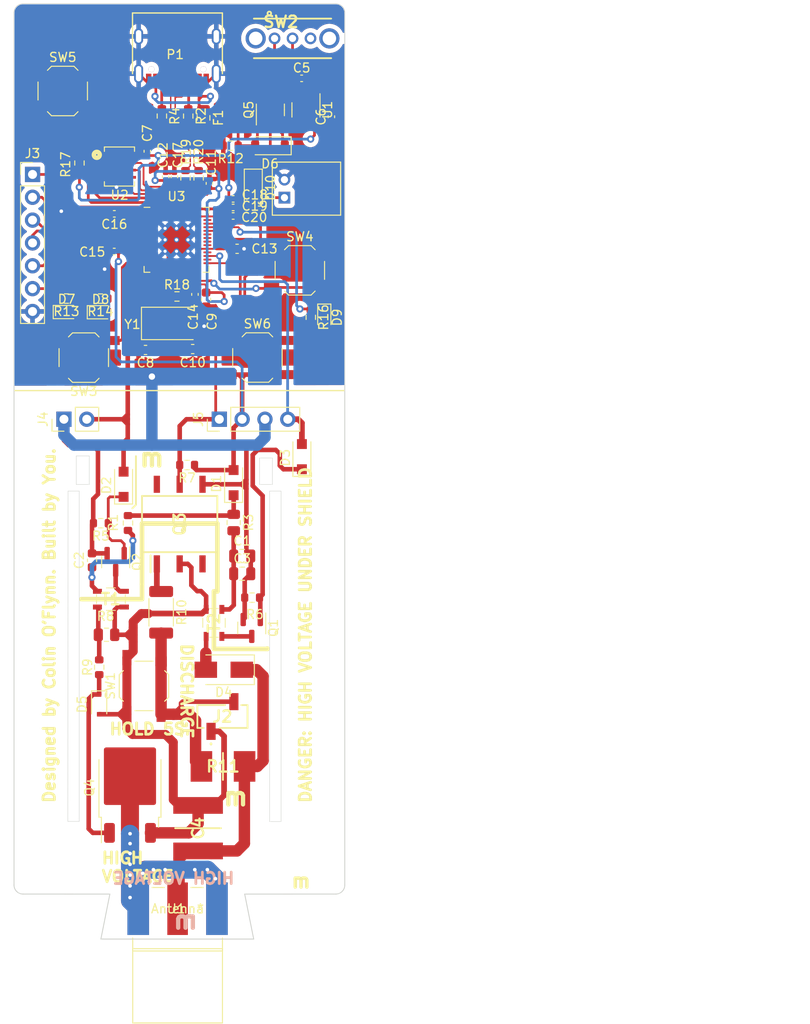
<source format=kicad_pcb>
(kicad_pcb (version 20221018) (generator pcbnew)
  (layers (0 "F.Cu" signal) (31 "B.Cu" signal) (34 "B.Paste" user) (35 "F.Paste" user) (36 "B.SilkS" user "B.Silkscreen") (37 "F.SilkS" user "F.Silkscreen") (38 "B.Mask" user) (39 "F.Mask" user) (44 "Edge.Cuts" user))
  (net 0 "")
  (net 1 "Net-(T2-AA)")
  (net 2 "GND")
  (net 3 "Net-(D4-K)")
  (net 4 "Net-(D5-A)")
  (net 5 "+3V3")
  (net 6 "Net-(SW2-B)")
  (net 7 "+1V2")
  (net 8 "Net-(C10-Pad1)")
  (net 9 "/HVPULSE")
  (net 10 "/HVPWM")
  (net 11 "Net-(U3-XIN)")
  (net 12 "Net-(D1-K)")
  (net 13 "Net-(D2-K)")
  (net 14 "Net-(F1-Pad1)")
  (net 15 "VBUS")
  (net 16 "/GP0")
  (net 17 "/GP1")
  (net 18 "/GP2")
  (net 19 "/GP3")
  (net 20 "/GP4")
  (net 21 "/GP5")
  (net 22 "/CHARGED")
  (net 23 "Net-(D3-K)")
  (net 24 "/D-")
  (net 25 "/D+")
  (net 26 "Net-(D4-A)")
  (net 27 "Net-(T1-SB)")
  (net 28 "Net-(Q1-D)")
  (net 29 "Net-(Q2-D)")
  (net 30 "/GP6")
  (net 31 "/GP7")
  (net 32 "/GP27")
  (net 33 "/QSPI_CS")
  (net 34 "Net-(D5-K)")
  (net 35 "Net-(D7-A)")
  (net 36 "Net-(D8-A)")
  (net 37 "/GP11")
  (net 38 "/RST")
  (net 39 "/GP28")
  (net 40 "Net-(D9-A)")
  (net 41 "/QSPI_DATA1")
  (net 42 "/QSPI_DATA2")
  (net 43 "/QSPI_DATA0")
  (net 44 "/QSPI_SCK")
  (net 45 "/QSPI_DATA3")
  (net 46 "Net-(D10-A)")
  (net 47 "Net-(J1-Ext)")
  (net 48 "Net-(J2-Pin_2)")
  (net 49 "Net-(P1-CC)")
  (net 50 "Net-(P1-VCONN)")
  (net 53 "/SWCLK")
  (net 54 "/SWDIO")
  (net 55 "Net-(Q3-A)")
  (net 56 "Net-(U3-XOUT)")
  (net 74 "Net-(D6-K)")
  (net 75 "/VSYS")
  (net 76 "/+")
  (net 77 "/-")
  (net 78 "Net-(T1-AA)")
  (footprint "Resistor_SMD:R_0603_1608Metric" (layer "F.Cu") (at 67.1494 71.0941 180)
    (fp_text reference "R7")
    (fp_text value "22K")
  )
  (footprint "Capacitor_SMD:C_0402_1005Metric" (layer "F.Cu") (at 72.27 43.4)
    (fp_text reference "C20")
    (fp_text value "0.1uF")
  )
  (footprint "Package_TO_SOT_SMD:TO-252-3_TabPin2" (layer "F.Cu") (at 60.7894 106.9641 90)
    (fp_text reference "Q4")
    (fp_text value "RGT16BM65DTL")
  )
  (footprint "Button_Switch_SMD:SW_SPST_TL3342" (layer "F.Cu") (at 79.69 49.45)
    (fp_text reference "SW4")
    (fp_text value "RESET")
  )
  (footprint "Capacitor_SMD:C_0402_1005Metric" (layer "F.Cu") (at 68.02 52.12 -90)
    (fp_text reference "C14")
    (fp_text value "0.1uF")
  )
  (footprint "Resistor_SMD:R_0603_1608Metric" (layer "F.Cu") (at 57.5494 77.5641 180)
    (fp_text reference "R5")
    (fp_text value "1K")
  )
  (footprint "" (layer "F.Cu") (at 56.20504 115.11313)
    (fp_text reference "")
    (fp_text value "")
  )
  (footprint "Resistor_SMD:R_0603_1608Metric" (layer "F.Cu") (at 68.43 39.175 -90)
    (fp_text reference "R20")
    (fp_text value "27")
  )
  (footprint "Package_TO_SOT_SMD:SOT-23-5" (layer "F.Cu") (at 80.37 31.6025 -90)
    (fp_text reference "U1")
    (fp_text value "AP2112K-3.3")
  )
  (footprint "Resistor_SMD:R_0805_2012Metric" (layer "F.Cu") (at 58.1794 89.9741)
    (fp_text reference "R8")
    (fp_text value "2K")
  )
  (footprint "Capacitor_SMD:C_0805_2012Metric" (layer "F.Cu") (at 73.2794 81.2141)
    (fp_text reference "C1")
    (fp_text value "4.7uF")
  )
  (footprint "BuggyCat:RP2040-QFN-56" (layer "F.Cu") (at 65.97 46.05)
    (fp_text reference "U3")
    (fp_text value "RP2040")
  )
  (footprint "Resistor_SMD:R_0603_1608Metric" (layer "F.Cu") (at 64.34 32.285 -90)
    (fp_text reference "R4")
    (fp_text value "5.1K")
  )
  (footprint "Button_Switch_SMD:SW_SPST_TL3342" (layer "F.Cu") (at 74.97 59.14)
    (fp_text reference "SW6")
    (fp_text value "TL3342F450QG")
  )
  (footprint "Crystal:Crystal_SMD_5032-2Pin_5.0x3.2mm" (layer "F.Cu") (at 65.12 55.35)
    (fp_text reference "Y1")
    (fp_text value "12Mhz")
  )
  (footprint "chipshouter:OS102011MA1QN1" (layer "F.Cu") (at 78.8775 23.64986)
    (fp_text reference "SW2")
    (fp_text value "ON" hide)
  )
  (footprint "BuggyCat:RESC6432X120N" (layer "F.Cu") (at 71.1394 104.6141)
    (fp_text reference "R11")
    (fp_text value "300K" hide)
  )
  (footprint "Connector_PinHeader_2.54mm:PinHeader_1x07_P2.54mm_Vertical" (layer "F.Cu") (at 49.95 38.78)
    (fp_text reference "J3")
    (fp_text value "Header7")
  )
  (footprint "BuggyCat:ATB3225240110T000" (layer "F.Cu") (at 58.6694 86.0141 180)
    (fp_text reference "T1")
    (fp_text value "ATB322524" hide)
  )
  (footprint "Resistor_SMD:R_0603_1608Metric" (layer "F.Cu") (at 74.3794 85.8441 180)
    (fp_text reference "R6")
    (fp_text value "1K")
  )
  (footprint "Fuse:Fuse_0805_2012Metric" (layer "F.Cu") (at 68.9725 32.4875 -90)
    (fp_text reference "F1")
    (fp_text value "0.5A")
  )
  (footprint "Package_TO_SOT_SMD:SOT-23" (layer "F.Cu") (at 74.3394 89.2166 -90)
    (fp_text reference "Q1")
    (fp_text value "AO3422")
  )
  (footprint "Diode_SMD:D_SOD-123F" (layer "F.Cu") (at 74.51 40.3875 -90)
    (fp_text reference "D10")
    (fp_text value "SM4005PL-TP")
  )
  (footprint "Capacitor_SMD:C_0402_1005Metric" (layer "F.Cu") (at 69.63 39.775 90)
    (fp_text reference "C11")
    (fp_text value "0.1uF")
  )
  (footprint "Resistor_SMD:R_0805_2012Metric" (layer "F.Cu") (at 72.3294 77.4941 -90)
    (fp_text reference "R3")
    (fp_text value "75R")
  )
  (footprint "Connector_PinHeader_2.54mm:PinHeader_1x02_P2.54mm_Vertical" (layer "F.Cu") (at 53.4444 66.0041 90)
    (fp_text reference "J4")
    (fp_text value "Header 2")
  )
  (footprint "Diode_SMD:D_SOD-123F" (layer "F.Cu") (at 79.9194 70.1641 90)
    (fp_text reference "D3")
    (fp_text value "SM4005PL-TP")
  )
  (footprint "Diode_SMD:D_SOD-323F" (layer "F.Cu") (at 57.3594 97.7141 -90)
    (fp_text reference "D5")
    (fp_text value "MM3Zxx")
  )
  (footprint "Capacitor_SMD:C_0402_1005Metric" (layer "F.Cu") (at 64.76 39.04 90)
    (fp_text reference "C12")
    (fp_text value "0.1uF")
  )
  (footprint "BuggyCat:W25Q16JVUUIQ" (layer "F.Cu") (at 59.62 37.9)
    (fp_text reference "U2")
    (fp_text value "W25Q16JV")
  )
  (footprint "Resistor_SMD:R_2010_5025Metric" (layer "F.Cu") (at 64.2594 87.4741 -90)
    (fp_text reference "R10")
    (fp_text value "20M")
  )
  (footprint "LED_SMD:LED_0603_1608Metric" (layer "F.Cu") (at 82.41 54.6825 -90)
    (fp_text reference "D9")
    (fp_text value "Charge On")
  )
  (footprint "Capacitor_SMD:C_0402_1005Metric" (layer "F.Cu") (at 62.72 36.2 90)
    (fp_text reference "C7")
    (fp_text value "0.1uF")
  )
  (footprint "Capacitor_SMD:C_0402_1005Metric" (layer "F.Cu") (at 83.2 32.3625 90)
    (fp_text reference "C6")
    (fp_text value "10uF")
  )
  (footprint "Capacitor_SMD:C_0805_2012Metric" (layer "F.Cu") (at 73.2794 83.1841)
    (fp_text reference "C3")
    (fp_text value "4.7uF")
  )
  (footprint "LED_SMD:LED_0603_1608Metric" (layer "F.Cu") (at 57.525 54.105)
    (fp_text reference "D8")
    (fp_text value "Status")
  )
  (footprint "Resistor_SMD:R_0603_1608Metric" (layer "F.Cu") (at 80.91 54.67 -90)
    (fp_text reference "R16")
    (fp_text value "1K")
  )
  (footprint "Resistor_SMD:R_0603_1608Metric" (layer "F.Cu") (at 66.02 52.35 180)
    (fp_text reference "R18")
    (fp_text value "1k")
  )
  (footprint "Resistor_SMD:R_0603_1608Metric" (layer "F.Cu") (at 66.97 39.175 -90)
    (fp_text reference "R19")
    (fp_text value "27")
  )
  (footprint "Capacitor_SMD:C_0603_1608Metric" (layer "F.Cu") (at 69.26 52.69 -90)
    (fp_text reference "C9")
    (fp_text value "1uF")
  )
  (footprint "Capacitor_SMD:C_0402_1005Metric" (layer "F.Cu") (at 59.04 47.35 180)
    (fp_text reference "C15")
    (fp_text value "0.1uF")
  )
  (footprint "Capacitor_SMD:C_0402_1005Metric" (layer "F.Cu") (at 65.73 39.04 90)
    (fp_text reference "C17")
    (fp_text value "0.1uF")
  )
  (footprint "Capacitor_SMD:C_0603_1608Metric" (layer "F.Cu") (at 67.77 58.2)
    (fp_text reference "C10")
    (fp_text value "27pF")
  )
  (footprint "Resistor_SMD:R_0603_1608Metric" (layer "F.Cu") (at 55.17 37.51 90)
    (fp_text reference "R17")
    (fp_text value "10K")
  )
  (footprint "BuggyCat:BG30602A20400LG" (layer "F.Cu") (at 71.0794 99.0641)
    (fp_text reference "J2")
    (fp_text value "BG306-02-A-2-0400-L-G" hide)
  )
  (footprint "LED_SMD:LED_0603_1608Metric" (layer "F.Cu") (at 53.7375 54.085)
    (fp_text reference "D7")
    (fp_text value "H.V.Detected")
  )
  (footprint "Button_Switch_SMD:SW_SPST_TL3342" (layer "F.Cu") (at 53.31 29.5)
    (fp_text reference "SW5")
    (fp_text value "BOOT")
  )
  (footprint "Package_TO_SOT_SMD:SOT-23" (layer "F.Cu") (at 76.41 31.6 90)
    (fp_text reference "Q5")
    (fp_text value "DMG3415U-7")
  )
  (footprint "Button_Switch_SMD:SW_SPST_TL3342" (layer "F.Cu") (at 62.3494 95.6641 90)
    (fp_text reference "SW1")
    (fp_text value "TL3342F450QG")
  )
  (footprint "Resistor_SMD:R_0603_1608Metric" (layer "F.Cu") (at 57.51 52.59 180)
    (fp_text reference "R14")
    (fp_text value "1K")
  )
  (footprint "Capacitor_SMD:C_0603_1608Metric" (layer "F.Cu") (at 56.5694 81.6941 90)
    (fp_text reference "C2")
    (fp_text value "100nF")
  )
  (footprint "Resistor_SMD:R_0603_1608Metric" (layer "F.Cu") (at 72 35.58 180)
    (fp_text reference "R12")
    (fp_text value "100K")
  )
  (footprint "Resistor_SMD:R_0603_1608Metric" (layer "F.Cu") (at 60.5694 77.5441 -90)
    (fp_text reference "R1")
    (fp_text value "10R")
  )
  (footprint "BuggyCat:ATB3225240110T000" (layer "F.Cu") (at 70.1394 88.6541 90)
    (fp_text reference "T2")
    (fp_text value "ATB322524" hide)
  )
  (footprint "Diode_SMD:D_SOD-123F" (layer "F.Cu") (at 60.0794 73.2366 90)
    (fp_text reference "D2")
    (fp_text value "SM4005PL-TP")
  )
  (footprint "Capacitor_SMD:C_0603_1608Metric" (layer "F.Cu") (at 62.52 58.3 180)
    (fp_text reference "C8")
    (fp_text value "27pF")
  )
  (footprint "Diode_SMD:D_SOD-123" (layer "F.Cu") (at 76.3675 35.59 180)
    (fp_text reference "D6")
    (fp_text value "MBR120")
  )
  (footprint "BuggyCat:JST_S2B-PH-K-S(LF)(SN)" (layer "F.Cu") (at 77.9775 40.36 90)
    (fp_text reference "J6")
    (fp_text value "Input Power:2x AA Battery")
  )
  (footprint "Resistor_SMD:R_0603_1608Metric" (layer "F.Cu") (at 57.3694 93.5841 -90)
    (fp_text reference "R9")
    (fp_text value "10R")
  )
  (footprint "Resistor_SMD:R_0603_1608Metric" (layer "F.Cu") (at 67.2725 32.2875 -90)
    (fp_text reference "R2")
    (fp_text value "5.1K")
  )
  (footprint "BuggyCat:SOP254P952X470-6N" (layer "F.Cu") (at 66.3194 77.6641 90)
    (fp_text reference "Q3")
    (fp_text value "LDA111STR" hide)
  )
  (footprint "Diode_SMD:D_SOD-123F" (layer "F.Cu") (at 72.3194 73.0566 90)
    (fp_text reference "D1")
    (fp_text value "SM4005PL-TP")
  )
  (footprint "Capacitor_SMD:C_0402_1005Metric" (layer "F.Cu") (at 72.27 42.45)
    (fp_text reference "C19")
    (fp_text value "0.1uF")
  )
  (footprint "Capacitor_SMD:C_0402_1005Metric" (layer "F.Cu") (at 72.27 41.5)
    (fp_text reference "C18")
    (fp_text value "0.1uF")
  )
  (footprint "Package_TO_SOT_SMD:SOT-23" (layer "F.Cu") (at 59.1994 81.8741 -90)
    (fp_text reference "Q2")
    (fp_text value "AO3422")
  )
  (footprint "BuggyCat:732511150" (layer "F.Cu") (at 66.09 121.61 180)
    (fp_text reference "J1")
    (fp_text value "Antenna")
  )
  (footprint "Capacitor_SMD:C_0402_1005Metric" (layer "F.Cu") (at 59.05 43.16 180)
    (fp_text reference "C16")
    (fp_text value "0.1uF")
  )
  (footprint "Button_Switch_SMD:SW_SPST_TL3342" (layer "F.Cu") (at 55.65 59.15 180)
    (fp_text reference "SW3")
    (fp_text value "TL3342F450QG")
  )
  (footprint "" (layer "F.Cu") (at 75.20408 115.11313)
    (fp_text reference "")
    (fp_text value "")
  )
  (footprint "Connectors:C393939" (layer "F.Cu") (at 66.0725 27.575 180)
    (fp_text reference "P1")
    (fp_text value "USB_C_Plug_USB2.0")
  )
  (footprint "Resistor_SMD:R_0603_1608Metric" (layer "F.Cu") (at 53.725 52.585 180)
    (fp_text reference "R13")
    (fp_text value "1K")
  )
  (footprint "Connector_PinHeader_2.54mm:PinHeader_1x04_P2.54mm_Vertical" (layer "F.Cu") (at 70.7294 66.0041 90)
    (fp_text reference "J5")
    (fp_text value "Header 4")
  )
  (footprint "BuggyCat:CAPC6153X500N" (layer "F.Cu") (at 68.3694 111.4841 90)
    (fp_text reference "C4")
    (fp_text value "0.47uF" hide)
  )
  (footprint "Capacitor_SMD:C_0603_1608Metric" (layer "F.Cu") (at 72.71 47.05)
    (fp_text reference "C13")
    (fp_text value "1uF")
  )
  (footprint "Capacitor_SMD:C_0402_1005Metric" (layer "F.Cu") (at 79.89 28.0925)
    (fp_text reference "C5")
    (fp_text value "10uF")
  )
  (footprint "Diode_SMD:D_SMA" (layer "F.Cu") (at 71.2294 93.8641 180)
    (fp_text reference "D4")
    (fp_text value "MURA160T3G")
  )
  (gr_line (start 61.4544 75.5134) (end 61.4544 70.1134) (stroke (width 0.2)) (layer "F.SilkS"))
  (gr_line (start 62.1308 77.604) (end 70.5128 77.604) (stroke (width 0.508)) (layer "F.SilkS"))
  (gr_line (start 70.1318 85.1478) (end 70.5128 85.1478) (stroke (width 0.508)) (layer "F.SilkS"))
  (gr_line (start 70.1318 91.5486) (end 76.0754 91.5486) (stroke (width 0.508)) (layer "F.SilkS"))
  (gr_line (start 76.0754 91.5486) (end 76.0754 91.4978) (stroke (width 0.508)) (layer "F.SilkS"))
  (gr_line (start 70.5128 85.1478) (end 70.5128 77.604) (stroke (width 0.508)) (layer "F.SilkS"))
  (gr_line (start 55.3744 86.0114) (end 62.1308 86.0114) (stroke (width 0.508)) (layer "F.SilkS"))
  (gr_line (start 61.0544 75.9134) (end 61.4544 75.5134) (stroke (width 0.2)) (layer "F.SilkS"))
  (gr_line (start 62.1308 86.0114) (end 62.1308 84.3604) (stroke (width 0.508)) (layer "F.SilkS"))
  (gr_line (start 70.1318 91.5486) (end 70.1318 85.1478) (stroke (width 0.508)) (layer "F.SilkS"))
  (gr_line (start 47.92 62.82) (end 84.65 62.82) (stroke (width 0.15)) (layer "F.SilkS"))
  (gr_line (start 62.1308 84.3604) (end 62.1308 77.604) (stroke (width 0.508)) (layer "F.SilkS"))
  (gr_line (start 75.2118 70.3142) (end 75.2118 73.2606) (stroke (width 0.05)) (layer "Edge.Cuts"))
  (gr_line (start 47.89 20.81) (end 47.89 117.81) (stroke (width 0.1)) (layer "Edge.Cuts"))
  (gr_line (start 73.5544 118.8134) (end 83.69 118.81) (stroke (width 0.1)) (layer "Edge.Cuts"))
  (gr_arc (start 48.89 118.81) (mid 48.182893 118.517107) (end 47.89 117.81) (stroke (width 0.1)) (layer "Edge.Cuts"))
  (gr_line (start 53.9012 73.9972) (end 55.1458 73.9972) (stroke (width 0.05)) (layer "Edge.Cuts"))
  (gr_line (start 76.3294 73.9972) (end 76.3294 110.751) (stroke (width 0.05)) (layer "Edge.Cuts"))
  (gr_line (start 77.5994 73.9972) (end 76.3294 73.9972) (stroke (width 0.05)) (layer "Edge.Cuts"))
  (gr_arc (start 83.69 19.81) (mid 84.397107 20.102893) (end 84.69 20.81) (stroke (width 0.1)) (layer "Edge.Cuts"))
  (gr_line (start 77.5994 110.751) (end 77.5994 73.9972) (stroke (width 0.05)) (layer "Edge.Cuts"))
  (gr_line (start 55.1458 73.9972) (end 55.1458 110.7256) (stroke (width 0.05)) (layer "Edge.Cuts"))
  (gr_line (start 48.89 19.81) (end 83.69 19.81) (stroke (width 0.1)) (layer "Edge.Cuts"))
  (gr_line (start 55.1458 110.7256) (end 53.8758 110.7256) (stroke (width 0.05)) (layer "Edge.Cuts"))
  (gr_line (start 74.5544 123.8134) (end 57.5544 123.8134) (stroke (width 0.1)) (layer "Edge.Cuts"))
  (gr_arc (start 84.69 117.81) (mid 84.397107 118.517107) (end 83.69 118.81) (stroke (width 0.1)) (layer "Edge.Cuts"))
  (gr_line (start 57.5544 123.8134) (end 58.5544 118.8134) (stroke (width 0.1)) (layer "Edge.Cuts"))
  (gr_line (start 76.3294 110.751) (end 77.5994 110.751) (stroke (width 0.05)) (layer "Edge.Cuts"))
  (gr_line (start 75.2118 73.2606) (end 76.6342 73.2606) (stroke (width 0.05)) (layer "Edge.Cuts"))
  (gr_line (start 54.8156 73.2606) (end 54.8156 70.0856) (stroke (width 0.05)) (layer "Edge.Cuts"))
  (gr_arc (start 47.89 20.81) (mid 48.182893 20.102893) (end 48.89 19.81) (stroke (width 0.1)) (layer "Edge.Cuts"))
  (gr_line (start 76.6342 73.2606) (end 76.6342 70.3142) (stroke (width 0.05)) (layer "Edge.Cuts"))
  (gr_line (start 58.5544 118.8134) (end 48.89 118.81) (stroke (width 0.1)) (layer "Edge.Cuts"))
  (gr_line (start 76.6342 70.3142) (end 75.2118 70.3142) (stroke (width 0.05)) (layer "Edge.Cuts"))
  (gr_line (start 54.8156 70.0856) (end 56.2634 70.0856) (stroke (width 0.05)) (layer "Edge.Cuts"))
  (gr_line (start 56.2634 73.2606) (end 54.8156 73.2606) (stroke (width 0.05)) (layer "Edge.Cuts"))
  (gr_line (start 56.2634 70.0856) (end 56.2634 73.2606) (stroke (width 0.05)) (layer "Edge.Cuts"))
  (gr_line (start 84.69 20.81) (end 84.69 117.81) (stroke (width 0.1)) (layer "Edge.Cuts"))
  (gr_line (start 73.5544 118.8134) (end 74.5544 123.8134) (stroke (width 0.1)) (layer "Edge.Cuts"))
  (gr_line (start 53.8758 110.7256) (end 53.9012 73.9972) (stroke (width 0.05)) (layer "Edge.Cuts"))
  (gr_text "HIGH VOLTAGE" (at 72.5544 117.8134 360) (layer "B.SilkS") (effects (font (size 1.27 1.27) (thickness 0.3048)) (justify left bottom mirror)))
  (gr_text "m" (at 68.5544 122.8134 360) (layer "B.SilkS") (effects (font (size 1.905 1.905) (thickness 0.508) bold) (justify left bottom mirror)))
  (gr_text "m" (at 78.57685 118.23428 360) (layer "F.SilkS") (effects (font (size 1.5 1.5) (thickness 0.508) bold) (justify left bottom)))
  (gr_text "HOLD 5S" (at 58.3592 101.2086) (layer "F.SilkS") (effects (font (size 1.27 1.27) (thickness 0.3048)) (justify left bottom)))
  (gr_text "HIGH\nVOLTAGE" (at 57.5 117.6) (layer "F.SilkS") (effects (font (size 1.27 1.27) (thickness 0.3048)) (justify left bottom)))
  (gr_text "m" (at 61.6482 71.4064 360) (layer "F.SilkS") (effects (font (size 1.905 1.905) (thickness 0.508) bold) (justify left bottom)))
  (gr_text "DISCHARGE" (at 66.3592 90.8182 270) (layer "F.SilkS") (effects (font (size 1.27 1.27) (thickness 0.3048)) (justify left bottom)))
  (gr_text "m" (at 70.97 109.1 360) (layer "F.SilkS") (effects (font (size 1.905 1.905) (thickness 0.508) bold) (justify left bottom)))
  (gr_text "DANGER: HIGH VOLTAGE UNDER SHIELD" (at 81.0544 108.8134 90) (layer "F.SilkS") (effects (font (size 1.27 1.27) (thickness 0.3048)) (justify left bottom)))
  (gr_text "Designed by Colin O'Flynn. Built by You.\n" (at 52.5544 108.81341 90) (layer "F.SilkS") (effects (font (size 1.27 1.27) (thickness 0.3048)) (justify left bottom)))
  (segment (start 71.0144 87.1541) (end 71.8659 87.1541) (width 0.508) (layer "F.Cu") (net 1))
  (segment (start 72.34 86.68) (end 72.34 83.1947) (width 0.508) (layer "F.Cu") (net 1))
  (segment (start 72.3294 81.2141) (end 72.3294 78.4066) (width 0.508) (layer "F.Cu") (net 1))
  (segment (start 72.3294 83.1841) (end 72.3294 81.2141) (width 0.508) (layer "F.Cu") (net 1))
  (segment (start 72.34 83.1947) (end 72.3294 83.1841) (width 0.508) (layer "F.Cu") (net 1))
  (segment (start 71.8659 87.1541) (end 72.34 86.68) (width 0.508) (layer "F.Cu") (net 1))
  (segment (start 64.97 47.6) (end 64.695 47.325) (width 0.2) (layer "F.Cu") (net 2))
  (segment (start 56.7 77.5397) (end 56.7 74.87) (width 0.508) (layer "F.Cu") (net 2))
  (segment (start 56.63 68.89) (end 53.98 68.89) (width 0.508) (layer "F.Cu") (net 2))
  (segment (start 53.4444 68.3544) (end 53.4444 66.0041) (width 0.508) (layer "F.Cu") (net 2))
  (segment (start 73.16 73.2391) (end 73.2311 73.2391) (width 0.508) (layer "F.Cu") (net 2))
  (segment (start 57.23 74.34) (end 57.23 69.49) (width 0.508) (layer "F.Cu") (net 2))
  (segment (start 56.5694 80.9191) (end 56.5694 77.7191) (width 0.508) (layer "F.Cu") (net 2))
  (segment (start 53.15 42.87) (end 53.44 43.16) (width 0.3) (layer "F.Cu") (net 2))
  (segment (start 73.5544 88.1141) (end 73.3894 88.2791) (width 0.508) (layer "F.Cu") (net 2))
  (segment (start 62.8725 28.4) (end 62.5775 28.4) (width 0.3) (layer "F.Cu") (net 2))
  (segment (start 73.742 73.75) (end 73.742 73.19) (width 0.508) (layer "F.Cu") (net 2))
  (segment (start 73.2311 73.2391) (end 73.742 73.75) (width 0.508) (layer "F.Cu") (net 2))
  (segment (start 58.2319 80.9191) (end 58.2494 80.9366) (width 0.508) (layer "F.Cu") (net 2))
  (segment (start 73.5544 83.8591) (end 74.2294 83.1841) (width 0.508) (layer "F.Cu") (net 2))
  (segment (start 69.5675 28.4) (end 70.3925 27.575) (width 0.3) (layer "F.Cu") (net 2))
  (segment (start 62.5775 28.4) (end 61.7525 27.575) (width 0.3) (layer "F.Cu") (net 2))
  (segment (start 73.5544 85.8441) (end 73.5544 83.8591) (width 0.508) (layer "F.Cu") (net 2))
  (segment (start 75.288 68.712) (end 75.8094 68.1906) (width 0.508) (layer "F.Cu") (net 2))
  (segment (start 74.388 68.712) (end 75.288 68.712) (width 0.508) (layer "F.Cu") (net 2))
  (segment (start 73.742 73.19) (end 73.742 72.73) (width 0.508) (layer "F.Cu") (net 2))
  (segment (start 68.8594 73.2391) (end 73.16 73.2391) (width 0.508) (layer "F.Cu") (net 2))
  (segment (start 56.5694 80.9191) (end 58.2319 80.9191) (width 0.508) (layer "F.Cu") (net 2))
  (segment (start 73.16 73.2391) (end 73.2329 73.2391) (width 0.508) (layer "F.Cu") (net 2))
  (segment (start 53.98 68.89) (end 53.4444 68.3544) (width 0.508) (layer "F.Cu") (net 2))
  (segment (start 75.8094 68.1906) (end 75.8094 66.0041) (width 0.508) (layer "F.Cu") (net 2))
  (segment (start 73.742 69.358) (end 74.388 68.712) (width 0.508) (layer "F.Cu") (net 2))
  (segment (start 73.742 72.73) (end 73.742 69.358) (width 0.508) (layer "F.Cu") (net 2))
  (segment (start 73.16 73.2391) (end 73.6929 73.2391) (width 0.508) (layer "F.Cu") (net 2))
  (segment (start 73.5544 85.8441) (end 73.5544 88.1141) (width 0.508) (layer "F.Cu") (net 2))
  (segment (start 53.44 43.16) (end 58.57 43.16) (width 0.3) (layer "F.Cu") (net 2))
  (segment (start 56.7 74.87) (end 57.23 74.34) (width 0.508) (layer "F.Cu") (net 2))
  (segment (start 73.6929 73.2391) (end 73.742 73.19) (width 0.508) (layer "F.Cu") (net 2))
  (segment (start 73.742 80.7267) (end 73.742 73.75) (width 0.508) (layer "F.Cu") (net 2))
  (segment (start 64.97 49.4875) (end 64.97 47.6) (width 0.2) (layer "F.Cu") (net 2))
  (segment (start 74.2294 81.2141) (end 73.742 80.7267) (width 0.508) (layer "F.Cu") (net 2))
  (segment (start 56.7244 77.5641) (end 56.7 77.5397) (width 0.508) (layer "F.Cu") (net 2))
  (segment (start 57.23 69.49) (end 56.63 68.89) (width 0.508) (layer "F.Cu") (net 2))
  (segment (start 69.2725 28.4) (end 69.5675 28.4) (width 0.3) (layer "F.Cu") (net 2))
  (segment (start 74.2294 83.1841) (end 74.2294 81.2141) (width 0.508) (layer "F.Cu") (net 2))
  (segment (start 73.2329 73.2391) (end 73.742 72.73) (width 0.508) (layer "F.Cu") (net 2))
  (segment (start 56.5694 77.7191) (end 56.7244 77.5641) (width 0.508) (layer "F.Cu") (net 2))
  (via (at 63.23 61.26) (size 1.27) (drill 0.7112) (layers "F.Cu" "B.Cu") (net 2))
  (via (at 59.29 40.19) (size 0.8) (drill 0.4) (layers "F.Cu" "B.Cu") (net 2))
  (via (at 73.485 47.05) (size 0.8) (drill 0.4) (layers "F.Cu" "B.Cu") (net 2))
  (via (at 57.97 49.31) (size 0.8) (drill 0.4) (layers "F.Cu" "B.Cu") (net 2))
  (via (at 53.15 42.87) (size 0.8) (drill 0.4) (layers "F.Cu" "B.Cu") (net 2))
  (via (at 69.04 55.66) (size 0.8) (drill 0.4) (layers "F.Cu" "B.Cu") (net 2))
  (segment (start 53.4444 66.0041) (end 53.4444 67.7544) (width 1.27) (layer "B.Cu") (net 2))
  (segment (start 53.4444 67.7544) (end 54.57 68.88) (width 1.27) (layer "B.Cu") (net 2))
  (segment (start 63.23 61.26) (end 63.23 68.88) (width 1.27) (layer "B.Cu") (net 2))
  (segment (start 54.57 68.88) (end 63.23 68.88) (width 1.27) (layer "B.Cu") (net 2))
  (segment (start 75.8094 68.0106) (end 75.8094 66.0041) (width 1.27) (layer "B.Cu") (net 2))
  (segment (start 63.23 68.88) (end 74.94 68.88) (width 1.27) (layer "B.Cu") (net 2))
  (segment (start 74.94 68.88) (end 75.8094 68.0106) (width 1.27) (layer "B.Cu") (net 2))
  (segment (start 66.2494 120.2822) (end 66.2494 114.8506) (width 1.27) (layer "F.Cu") (net 3))
  (segment (start 74.8741 93.8641) (end 75.6 94.59) (width 1.27) (layer "F.Cu") (net 3))
  (segment (start 73.2294 93.8641) (end 74.8741 93.8641) (width 1.27) (layer "F.Cu") (net 3))
  (segment (start 72.6859 114.0141) (end 68.3694 114.0141) (width 1.27) (layer "F.Cu") (net 3))
  (segment (start 73.52 113.18) (end 72.6859 114.0141) (width 1.27) (layer "F.Cu") (net 3))
  (segment (start 66.2494 114.8506) (end 67.0859 114.0141) (width 1.27) (layer "F.Cu") (net 3))
  (segment (start 66.09 120.4416) (end 66.2494 120.2822) (width 1.27) (layer "F.Cu") (net 3))
  (segment (start 73.52 104.6335) (end 73.52 113.18) (width 1.27) (layer "F.Cu") (net 3))
  (segment (start 74.9559 104.6141) (end 73.5394 104.6141) (width 1.27) (layer "F.Cu") (net 3))
  (segment (start 67.0859 114.0141) (end 68.3694 114.0141) (width 1.27) (layer "F.Cu") (net 3))
  (segment (start 75.6 103.97) (end 74.9559 104.6141) (width 1.27) (layer "F.Cu") (net 3))
  (segment (start 73.5394 104.6141) (end 73.52 104.6335) (width 1.27) (layer "F.Cu") (net 3))
  (segment (start 75.6 94.59) (end 75.6 103.97) (width 1.27) (layer "F.Cu") (net 3))
  (segment (start 60.34 89.9741) (end 60.3759 89.9741) (width 0.508) (layer "F.Cu") (net 4))
  (segment (start 59.0919 87.2081) (end 59.4109 86.8891) (width 0.508) (layer "F.Cu") (net 4))
  (segment (start 59.4109 86.8891) (end 60.1694 86.8891) (width 0.508) (layer "F.Cu") (net 4))
  (segment (start 68.7 85.12) (end 69.2644 85.6844) (width 0.508) (layer "F.Cu") (net 4))
  (segment (start 57.3594 98.8141) (end 59.7 98.8141) (width 0.508) (layer "F.Cu") (net 4))
  (segment (start 71.26 101.26) (end 71.26 107.84) (width 0.635) (layer "F.Cu") (net 4))
  (segment (start 60.4494 98.8141) (end 60.4494 97.95) (width 1) (layer "F.Cu") (net 4))
  (segment (start 61.15 91.8135) (end 61.15 90.76) (width 1) (layer "F.Cu") (net 4))
  (segment (start 64.74 101.06) (end 65.61 101.93) (width 1) (layer "F.Cu") (net 4))
  (segment (start 67.2191 82.0891) (end 67.62 82.49) (width 0.508) (layer "F.Cu") (net 4))
  (segment (start 61.06 101.06) (end 64.74 101.06) (width 1) (layer "F.Cu") (net 4))
  (segment (start 69.2644 85.6844) (end 69.2644 87.1541) (width 0.508) (layer "F.Cu") (net 4))
  (segment (start 67.62 84.47) (end 68.27 85.12) (width 0.508) (layer "F.Cu") (net 4))
  (segment (start 59.7 98.9406) (end 60.4494 99.69) (width 0.508) (layer "F.Cu") (net 4))
  (segment (start 60.4494 100.4494) (end 61.06 101.06) (width 1) (layer "F.Cu") (net 4))
  (segment (start 59.7 98.8141) (end 60.4494 98.8141) (width 0.508) (layer "F.Cu") (net 4))
  (segment (start 62.86 87.61) (end 62.85 87.62) (width 0.635) (layer "F.Cu") (net 4))
  (segment (start 65.61 108.31) (end 66.2541 108.9541) (width 1) (layer "F.Cu") (net 4))
  (segment (start 60.34 89.9741) (end 61.1341 89.9741) (width 0.508) (layer "F.Cu") (net 4))
  (segment (start 61.1341 89.9741) (end 61.15 89.99) (width 0.508) (layer "F.Cu") (net 4))
  (segment (start 59.7 98.8141) (end 59.7 98.6994) (width 0.508) (layer "F.Cu") (net 4))
  (segment (start 71.26 107.84) (end 70.1459 108.9541) (width 0.635) (layer "F.Cu") (net 4))
  (segment (start 69.8094 100.7141) (end 70.7141 100.7141) (width 0.635) (layer "F.Cu") (net 4))
  (segment (start 63.0694 112.0041) (end 67.3359 112.0041) (width 1.27) (layer "F.Cu") (net 4))
  (segment (start 60.34 89.9741) (end 60.3641 89.9741) (width 0.508) (layer "F.Cu") (net 4))
  (segment (start 59.0919 89.9741) (end 60.34 89.9741) (width 0.508) (layer "F.Cu") (net 4))
  (segment (start 60.4494 98.8141) (end 60.4494 99.69) (width 1) (layer "F.Cu") (net 4))
  (segment (start 60.4494 97.95) (end 60.4494 92.5141) (width 1) (layer "F.Cu") (net 4))
  (segment (start 62.06 87.62) (end 62.85 87.62) (width 1) (layer "F.Cu") (net 4))
  (segment (start 61.15 88.53) (end 62.06 87.62) (width 1) (layer "F.Cu") (net 4))
  (segment (start 61.15 89.99) (end 61.15 89.2) (width 1) (layer "F.Cu") (net 4))
  (segment (start 59.7 98.6994) (end 60.4494 97.95) (width 0.508) (layer "F.Cu") (net 4))
  (segment (start 67.3359 112.0041) (end 68.3694 110.9706) (width 1.27) (layer "F.Cu") (net 4))
  (segment (start 68.8085 87.61) (end 62.86 87.61) (width 0.635) (layer "F.Cu") (net 4))
  (segment (start 70.7141 100.7141) (end 71.26 101.26) (width 0.635) (layer "F.Cu") (net 4))
  (segment (start 65.61 101.93) (end 65.61 108.31) (width 1) (layer "F.Cu") (net 4))
  (segment (start 70.1459 108.9541) (end 68.3694 108.9541) (width 0.635) (layer "F.Cu") (net 4))
  (segment (start 60.3759 89.9741) (end 61.15 89.2) (width 0.508) (layer "F.Cu") (net 4))
  (segment (start 66.3194 82.0891) (end 67.2191 82.0891) (width 0.508) (layer "F.Cu") (net 4))
  (segment (start 68.3694 110.9706) (end 68.3694 108.9541) (width 1.27) (layer "F.Cu") (net 4))
  (segment (start 59.0919 89.9741) (end 59.0919 87.2081) (width 0.508) (layer "F.Cu") (net 4))
  (segment (start 61.15 89.2) (end 61.15 88.53) (width 1) (layer "F.Cu") (net 4))
  (segment (start 60.3641 89.9741) (end 61.15 90.76) (width 0.508) (layer "F.Cu") (net 4))
  (segment (start 61.15 90.76) (end 61.15 89.99) (width 1) (layer "F.Cu") (net 4))
  (segment (start 66.2541 108.9541) (end 68.3694 108.9541) (width 1) (layer "F.Cu") (net 4))
  (segment (start 59.7 98.8141) (end 59.7 98.9406) (width 0.508) (layer "F.Cu") (net 4))
  (segment (start 68.27 85.12) (end 68.7 85.12) (width 0.508) (layer "F.Cu") (net 4))
  (segment (start 60.4494 99.69) (end 60.4494 100.4494) (width 1) (layer "F.Cu") (net 4))
  (segment (start 60.4494 92.5141) (end 61.15 91.8135) (width 1) (layer "F.Cu") (net 4))
  (segment (start 69.2644 87.1541) (end 68.8085 87.61) (width 0.635) (layer "F.Cu") (net 4))
  (segment (start 67.62 82.49) (end 67.62 84.47) (width 0.508) (layer "F.Cu") (net 4))
  (segment (start 63.73 43.45) (end 66.38 43.45) (width 0.2) (layer "F.Cu") (net 5))
  (segment (start 63.51 46.92) (end 63.51 43.64) (width 0.2) (layer "F.Cu") (net 5))
  (segment (start 68.7 47.05) (end 68.52 47.05) (width 0.2) (layer "F.Cu") (net 5))
  (segment (start 68.5 43.65) (end 68.7 43.45) (width 0.2) (layer "F.Cu") (net 5))
  (segment (start 68.17 42.6125) (end 68.57 42.6125) (width 0.2) (layer "F.Cu") (net 5))
  (segment (start 70.12 43.45) (end 69.4075 43.45) (width 0.2) (layer "F.Cu") (net 5))
  (segment (start 68.5 43.48) (end 68.53 43.45) (width 0.2) (layer "F.Cu") (net 5))
  (segment (start 55.17 40.18) (end 55.15 40.2) (width 0.3) (layer "F.Cu") (net 5))
  (segment (start 71.79 41.5) (end 71.79 42.45) (width 0.3) (layer "F.Cu") (net 5))
  (segment (start 73.6 61.04) (end 78.12 61.04) (width 0.508) (layer "F.Cu") (net 5))
  (segment (start 63.51 43.64) (end 63.7 43.45) (width 0.2) (layer "F.Cu") (net 5))
  (segment (start 69.66 42.6125) (end 71.6275 42.6125) (width 0.3) (layer "F.Cu") (net 5))
  (segment (start 70.39 47.05) (end 69.4075 47.05) (width 0.2) (layer "F.Cu") (net 5))
  (segment (start 83.2 32.8425) (end 81.4225 32.8425) (width 0.3) (layer "F.Cu") (net 5))
  (segment (start 68.27 43.45) (end 68.3 43.45) (width 0.2) (layer "F.Cu") (net 5))
  (segment (start 62.5325 47.05) (end 63.38 47.05) (width 0.2) (layer "F.Cu") (net 5))
  (segment (start 63.3 43.45) (end 63.48 43.45) (width 0.2) (layer "F.Cu") (net 5))
  (segment (start 69.4075 43.45) (end 69.4075 42.85) (width 0.3) (layer "F.Cu") (net 5))
  (segment (start 68.5 48.3) (end 68.5 47.29) (width 0.2) (layer "F.Cu") (net 5))
  (segment (start 72.3194 71.6566) (end 72.3194 66.9541) (width 0.508) (layer "F.Cu") (net 5))
  (segment (start 69.4075 42.85) (end 69.4225 42.85) (width 0.3) (layer "F.Cu") (net 5))
  (segment (start 66.37 51.41) (end 67.79 51.41) (width 0.2) (layer "F.Cu") (net 5))
  (segment (start 68.28 48.52) (end 68.5 48.3) (width 0.2) (layer "F.Cu") (net 5))
  (segment (start 73.26 61.4) (end 72.9 61.04) (width 0.508) (layer "F.Cu") (net 5))
  (segment (start 68.5 43.65) (end 68.5 43.6) (width 0.2) (layer "F.Cu") (net 5))
  (segment (start 63.51 43.64) (end 63.51 43.48) (width 0.2) (layer "F.Cu") (net 5))
  (segment (start 66.17 49.4875) (end 66.17 51.21) (width 0.2) (layer "F.Cu") (net 5))
  (segment (start 62.2425 43.16) (end 59.53 43.16) (width 0.2) (layer "F.Cu") (net 5))
  (segment (start 68.7 47.05) (end 68.7 47.09) (width 0.2) (layer "F.Cu") (net 5))
  (segment (start 66.57 43.26) (end 66.57 42.6125) (width 0.2) (layer "F.Cu") (net 5))
  (segment (start 67.9744 71.431) (end 67.9744 71.0941) (width 0.508) (layer "F.Cu") (net 5))
  (segment (start 73.2694 61.4) (end 73.26 61.4) (width 0.508) (layer "F.Cu") (net 5))
  (segment (start 69.41 42.6125) (end 69.66 42.6125) (width 0.3) (layer "F.Cu") (net 5))
  (segment (start 66.17 48.74) (end 66.39 48.52) (width 0.2) (layer "F.Cu") (net 5))
  (segment (start 68.5 46.85) (end 68.5 43.65) (width 0.2) (layer "F.Cu") (net 5))
  (segment (start 72.3194 66.9541) (end 73.2694 66.0041) (width 0.508) (layer "F.Cu") (net 5))
  (segment (start 73.2694 61.4) (end 73.2694 61.3706) (width 0.508) (layer "F.Cu") (net 5))
  (segment (start 71.24 47.06) (end 71.25 47.05) (width 0.3) (layer "F.Cu") (net 5))
  (segment (start 68.27 43.45) (end 66.76 43.45) (width 0.2) (layer "F.Cu") (net 5))
  (segment (start 70.4 47.06) (end 71.24 47.06) (width 0.3) (layer "F.Cu") (net 5))
  (segment (start 81.32 32.74) (end 81.32 34.42) (width 0.3) (layer "F.Cu") (net 5))
  (segment (start 63.38 47.05) (end 63.51 46.92) (width 0.2) (layer "F.Cu") (net 5))
  (segment (start 69.07 42.6125) (end 69.17 42.6125) (width 0.3) (layer "F.Cu") (net 5))
  (segment (start 68.52 47.05) (end 68.5 47.07) (width 0.2) (layer "F.Cu") (net 5))
  (segment (start 68.3 43.45) (end 68.5 43.65) (width 0.2) (layer "F.Cu") (net 5))
  (segment (start 81.32 34.42) (end 80.89 34.85) (width 0.3) (layer "F.Cu") (net 5))
  (segment (start 66.57 43.26) (end 66.76 43.45) (width 0.2) (layer "F.Cu") (net 5))
  (segment (start 59.82 47.05) (end 59.52 47.35) (width 0.2) (layer "F.Cu") (net 5))
  (segment (start 59.51 47.36) (end 59.52 47.35) (width 0.3) (layer "F.Cu") (net 5))
  (segment (start 68.2 71.6566) (end 67.9744 71.431) (width 0.508) (layer "F.Cu") (net 5))
  (segment (start 68.5 46.85) (end 68.7 47.05) (width 0.2) (layer "F.Cu") (net 5))
  (segment (start 63.32 43.45) (end 63.51 43.64) (width 0.2) (layer "F.Cu") (net 5))
  (segment (start 73.2694 61.4) (end 73.2694 61.04) (width 0.508) (layer "F.Cu") (net 5))
  (segment (start 69.4075 47.05) (end 68.7 47.05) (width 0.2) (layer "F.Cu") (net 5))
  (segment (start 68.5 47.07) (end 68.5 46.85) (width 0.2) (layer "F.Cu") (net 5))
  (segment (start 68.7 47.09) (end 68.5 47.29) (width 0.2) (layer "F.Cu") (net 5))
  (segment (start 63.48 43.45) (end 63.73 43.45) (width 0.2) (layer "F.Cu") (net 5))
  (segment (start 68.5 43.65) (end 68.5 43.48) (width 0.2) (layer "F.Cu") (net 5))
  (segment (start 69.07 42.6125) (end 69.41 42.6125) (width 0.3) (layer "F.Cu") (net 5))
  (segment (start 59.51 48.46) (end 59.51 47.36) (width 0.3) (layer "F.Cu") (net 5))
  (segment (start 63.92 36.68) (end 63.93 36.67) (width 0.3) (layer "F.Cu") (net 5))
  (segment (start 68.57 42.6125) (end 69.07 42.6125) (width 0.3) (layer "F.Cu") (net 5))
  (segment (start 70.12 43.45) (end 71.74 43.45) (width 0.3) (layer "F.Cu") (net 5))
  (segment (start 73.2694 61.3706) (end 73.6 61.04) (width 0.508) (layer "F.Cu") (net 5))
  (segment (start 63.3 43.45) (end 63.32 43.45) (width 0.2) (layer "F.Cu") (net 5))
  (segment (start 63.7 43.45) (end 63.73 43.45) (width 0.2) (layer "F.Cu") (net 5))
  (segment (start 72.3194 71.6566) (end 68.2 71.6566) (width 0.508) (layer "F.Cu") (net 5))
  (segment (start 69.4075 42.85) (end 69.4075 42.615) (width 0.3) (layer "F.Cu") (net 5))
  (segment (start 66.57 42.6125) (end 66.17 42.6125) (width 0.2) (layer "F.Cu") (net 5))
  (segment (start 69.4225 42.85) (end 69.66 42.6125) (width 0.3) (layer "F.Cu") (net 5))
  (segment (start 71.25 47.05) (end 71.935 47.05) (width 0.3) (layer "F.Cu") (net 5))
  (segment (start 71.82 61.04) (end 72.9 61.04) (width 0.508) (layer "F.Cu") (net 5))
  (segment (start 65.73 39.52) (end 65.73 40.09) (width 0.2) (layer "F.Cu") (net 5))
  (segment (start 69.4075 42.615) (end 69.41 42.6125) (width 0.3) (layer "F.Cu") (net 5))
  (segment (start 69.4075 43.45) (end 68.79 43.45) (width 0.2) (layer "F.Cu") (net 5))
  (segment (start 66.38 43.45) (end 66.57 43.26) (width 0.2) (layer "F.Cu") (net 5))
  (segment (start 68.65 43.45) (end 68.53 43.45) (width 0.2) (layer "F.Cu") (net 5))
  (segment (start 81.4225 32.8425) (end 81.32 32.74) (width 0.3) (layer "F.Cu") (net 5))
  (segment (start 70.4 47.06) (end 70.39 47.05) (width 0.2) (layer "F.Cu") (net 5))
  (segment (start 68.5 47.29) (end 68.5 47.07) (width 0.2) (layer "F.Cu") (net 5))
  (segment (start 66.17 49.4875) (end 66.17 48.74) (width 0.2) (layer "F.Cu") (net 5))
  (segment (start 62.5325 43.45) (end 63.3 43.45) (width 0.2) (layer "F.Cu") (net 5))
  (segment (start 62.72 36.68) (end 63.92 36.68) (width 0.3) (layer "F.Cu") (net 5))
  (segment (start 71.79 40.26) (end 71.79 41.5) (width 0.3) (layer "F.Cu") (net 5))
  (segment (start 66.39 48.52) (end 68.28 48.52) (width 0.2) (layer "F.Cu") (net 5))
  (segment (start 71.79 42.45) (end 71.79 43.4) (width 0.3) (layer "F.Cu") (net 5))
  (segment (start 62.70015 36.69985) (end 62.72 36.68) (width 0.3) (layer "F.Cu") (net 5))
  (segment (start 68.79 43.45) (end 68.65 43.45) (width 0.2) (layer "F.Cu") (net 5))
  (segment (start 71.74 43.45) (end 71.79 43.4) (width 0.3) (layer "F.Cu") (net 5))
  (segment (start 60.9892 36.69985) (end 62.70015 36.69985) (width 0.3) (layer "F.Cu") (net 5))
  (segment (start 68.53 43.45) (end 68.27 43.45) (width 0.2) (layer "F.Cu") (net 5))
  (segment (start 66.17 51.21) (end 66.37 51.41) (width 0.2) (layer "F.Cu") (net 5))
  (segment (start 62.5325 47.05) (end 59.82 47.05) (width 0.2) (layer "F.Cu") (net 5))
  (segment (start 68.7 43.45) (end 68.79 43.45) (width 0.2) (layer "F.Cu") (net 5))
  (segment (start 73.2694 66.0041) (end 73.2694 61.4) (width 0.508) (layer "F.Cu") (net 5))
  (segment (start 63.51 43.48) (end 63.48 43.45) (width 0.2) (layer "F.Cu") (net 5))
  (segment (start 62.5325 43.45) (end 62.2425 43.16) (width 0.2) (layer "F.Cu") (net 5))
  (segment (start 55.17 38.335) (end 55.17 40.18) (width 0.3) (layer "F.Cu") (net 5))
  (segment (start 72.9 61.04) (end 73.6 61.04) (width 0.508) (layer "F.Cu") (net 5))
  (segment (start 65.73 40.09) (end 66.17 40.53) (width 0.2) (layer "F.Cu") (net 5))
  (segment (start 71.6275 42.6125) (end 71.79 42.45) (width 0.3) (layer "F.Cu") (net 5))
  (segment (start 66.17 40.53) (end 66.17 42.6125) (width 0.2) (layer "F.Cu") (net 5))
  (segment (start 69.17 42.6125) (end 69.4075 42.85) (width 0.3) (layer "F.Cu") (net 5))
  (segment (start 66.76 43.45) (end 66.38 43.45) (width 0.2) (layer "F.Cu") (net 5))
  (segment (start 67.79 51.41) (end 68.02 51.64) (width 0.2) (layer "F.Cu") (net 5))
  (via (at 63.93 36.67) (size 0.8) (drill 0.4) (layers "F.Cu" "B.Cu") (net 5))
  (via (at 80.89 34.85) (size 0.8) (drill 0.4) (layers "F.Cu" "B.Cu") (net 5))
  (via (at 59.51 48.46) (size 0.8) (drill 0.4) (layers "F.Cu" "B.Cu") (net 5))
  (via (at 71.79 40.26) (size 0.8) (drill 0.4) (layers "F.Cu" "B.Cu") (net 5))
  (via (at 55.15 40.2) (size 0.8) (drill 0.4) (layers "F.Cu" "B.Cu") (net 5))
  (segment (start 61.8 38.11) (end 62.15 37.76) (width 0.3) (layer "B.Cu") (net 5))
  (segment (start 71.76 36.34) (end 71.43 36.67) (width 0.3) (layer "B.Cu") (net 5))
  (segment (start 59.24 48.73) (end 59.51 48.46) (width 0.3) (layer "B.Cu") (net 5))
  (segment (start 72.16 34.85) (end 71.79 35.22) (width 0.3) (layer "B.Cu") (net 5))
  (segment (start 71.43 36.67) (end 71.79 36.67) (width 0.3) (layer "B.Cu") (net 5))
  (segment (start 59.81 59.63) (end 59.24 59.06) (width 0.3) (layer "B.Cu") (net 5))
  (segment (start 55.15 41.4) (end 55.39 41.64) (width 0.3) (layer "B.Cu") (net 5))
  (segment (start 71.43 36.7) (end 71.43 36.67) (width 0.3) (layer "B.Cu") (net 5))
  (segment (start 61.8 41.45) (end 61.8 38.11) (width 0.3) (layer "B.Cu") (net 5))
  (segment (start 71.79 35.22) (end 71.79 36.34) (width 0.3) (layer "B.Cu") (net 5))
  (segment (start 71.79 37.06) (end 71.43 36.7) (width 0.3) (layer "B.Cu") (net 5))
  (segment (start 71.79 36.67) (end 71.79 37.06) (width 0.3) (layer "B.Cu") (net 5))
  (segment (start 59.24 59.06) (end 59.24 48.73) (width 0.3) (layer "B.Cu") (net 5))
  (segment (start 55.39 41.64) (end 61.61 41.64) (width 0.3) (layer "B.Cu") (net 5))
  (segment (start 63.93 36.67) (end 71.43 36.67) (width 0.3) (layer "B.Cu") (net 5))
  (segment (start 71.79 36.34) (end 71.79 36.67) (width 0.3) (layer "B.Cu") (net 5))
  (segment (start 63.93 37.33) (end 63.93 36.67) (width 0.3) (layer "B.Cu") (net 5))
  (segment (start 72.68 59.63) (end 59.81 59.63) (width 0.3) (layer "B.Cu") (net 5))
  (segment (start 55.15 40.2) (end 55.15 41.4) (width 0.3) (layer "B.Cu") (net 5))
  (segment (start 80.89 34.85) (end 72.16 34.85) (width 0.3) (layer "B.Cu") (net 5))
  (segment (start 61.61 41.64) (end 61.8 41.45) (width 0.3) (layer "B.Cu") (net 5))
  (segment (start 71.79 36.34) (end 71.76 36.34) (width 0.3) (layer "B.Cu") (net 5))
  (segment (start 73.2694 60.2194) (end 73.2694 66.0041) (width 0.3) (layer "B.Cu") (net 5))
  (segment (start 71.79 37.06) (end 71.79 40.26) (width 0.3) (layer "B.Cu") (net 5))
  (segment (start 63.5 37.76) (end 63.93 37.33) (width 0.3) (layer "B.Cu") (net 5))
  (segment (start 73.2694 60.2194) (end 72.68 59.63) (width 0.3) (layer "B.Cu") (net 5))
  (segment (start 62.15 37.76) (end 63.5 37.76) (width 0.3) (layer "B.Cu") (net 5))
  (segment (start 79.42 30.465) (end 79.42 28.1025) (width 0.3) (layer "F.Cu") (net 6))
  (segment (start 81.32 30.465) (end 81.32 31.36) (width 0.3) (layer "F.Cu") (net 6))
  (segment (start 79.42 31.45) (end 79.42 30.465) (width 0.3) (layer "F.Cu") (net 6))
  (segment (start 78.8775 27.56) (end 78.8775 23.64986) (width 0.3) (layer "F.Cu") (net 6))
  (segment (start 79.41 28.0925) (end 78.8775 27.56) (width 0.3) (layer "F.Cu") (net 6))
  (segment (start 79.42 28.1025) (end 79.41 28.0925) (width 0.3) (layer "F.Cu") (net 6))
  (segment (start 81.32 31.36) (end 81.03 31.65) (width 0.3) (layer "F.Cu") (net 6))
  (segment (start 79.62 31.65) (end 79.42 31.45) (width 0.3) (layer "F.Cu") (net 6))
  (segment (start 81.03 31.65) (end 79.62 31.65) (width 0.3) (layer "F.Cu") (net 6))
  (segment (start 69.26 51.915) (end 71.005 51.915) (width 0.3) (layer "F.Cu") (net 7))
  (segment (start 69.26 51.915) (end 69.26 51.15) (width 0.2) (layer "F.Cu") (net 7))
  (segment (start 64.76 39.887258) (end 64.76 39.52) (width 0.2) (layer "F.Cu") (net 7))
  (segment (start 63.59 39.4505) (end 64.6905 39.4505) (width 0.3) (layer "F.Cu") (net 7))
  (segment (start 69.725 40.35) (end 69.63 40.255) (width 0.3) (layer "F.Cu") (net 7))
  (segment (start 65.77 42.6125) (end 65.77 40.897258) (width 0.2) (layer "F.Cu") (net 7))
  (segment (start 68.08 41.04) (end 67.77 41.35) (width 0.2) (layer "F.Cu") (net 7))
  (segment (start 71.005 51.915) (end 71.27 52.18) (width 0.3) (layer "F.Cu") (net 7))
  (segment (start 69.38 41.04) (end 68.08 41.04) (width 0.2) (layer "F.Cu") (net 7))
  (segment (start 70.68 40.35) (end 69.725 40.35) (width 0.3) (layer "F.Cu") (net 7))
  (segment (start 69.63 40.255) (end 69.63 40.79) (width 0.2) (layer "F.Cu") (net 7))
  (segment (start 67.77 41.35) (end 67.77 42.43047) (width 0.2) (layer "F.Cu") (net 7))
  (segment (start 64.6905 39.4505) (end 64.76 39.52) (width 0.3) (layer "F.Cu") (net 7))
  (segment (start 69.12 51.01) (end 66.74 51.01) (width 0.2) (layer "F.Cu") (net 7))
  (segment (start 69.26 51.15) (end 69.12 51.01) (width 0.2) (layer "F.Cu") (net 7))
  (segment (start 65.77 40.897258) (end 64.76 39.887258) (width 0.2) (layer "F.Cu") (net 7))
  (segment (start 66.74 51.01) (end 66.57 50.84) (width 0.2) (layer "F.Cu") (net 7))
  (segment (start 69.63 40.79) (end 69.38 41.04) (width 0.2) (layer "F.Cu") (net 7))
  (segment (start 66.57 50.84) (end 66.57 49.4875) (width 0.2) (layer "F.Cu") (net 7))
  (segment (start 71.27 52.18) (end 71.27 52.91) (width 0.3) (layer "F.Cu") (net 7))
  (via (at 71.27 52.91) (size 0.8) (drill 0.4) (layers "F.Cu" "B.Cu") (net 7))
  (via (at 63.59 39.4505) (size 0.8) (drill 0.4) (layers "F.Cu" "B.Cu") (net 7))
  (via (at 70.68 40.35) (size 0.8) (drill 0.4) (layers "F.Cu" "B.Cu") (net 7))
  (segment (start 69.375 41.915) (end 69.63 41.66) (width 0.3) (layer "B.Cu") (net 7))
  (segment (start 70.68 41.31) (end 70.68 40.35) (width 0.3) (layer "B.Cu") (net 7))
  (segment (start 70.68 40.35) (end 70.68 38.67) (width 0.3) (layer "B.Cu") (net 7))
  (segment (start 69.56 52.91) (end 69.375 52.725) (width 0.3) (layer "B.Cu") (net 7))
  (segment (start 70.68 38.67) (end 70.45 38.44) (width 0.3) (layer "B.Cu") (net 7))
  (segment (start 69.63 41.66) (end 70.33 41.66) (width 0.3) (layer "B.Cu") (net 7))
  (segment (start 70.45 38.44) (end 63.79 38.44) (width 0.3) (layer "B.Cu") (net 7))
  (segment (start 63.59 38.64) (end 63.59 39.4505) (width 0.3) (layer "B.Cu") (net 7))
  (segment (start 69.375 52.725) (end 69.375 41.915) (width 0.3) (layer "B.Cu") (net 7))
  (segment (start 71.27 52.91) (end 69.56 52.91) (width 0.3) (layer "B.Cu") (net 7))
  (segment (start 63.79 38.44) (end 63.59 38.64) (width 0.3) (layer "B.Cu") (net 7))
  (segment (start 70.33 41.66) (end 70.68 41.31) (width 0.3) (layer "B.Cu") (net 7))
  (segment (start 66.97 52.475) (end 66.97 55.35) (width 0.3) (layer "F.Cu") (net 8))
  (segment (start 66.97 58.175) (end 66.995 58.2) (width 0.3) (layer "F.Cu") (net 8))
  (segment (start 66.845 52.35) (end 66.97 52.475) (width 0.3) (layer "F.Cu") (net 8))
  (segment (start 66.97 55.35) (end 66.97 58.175) (width 0.3) (layer "F.Cu") (net 8))
  (segment (start 55.9844 66.0041) (end 59.95 66.0041) (width 0.508) (layer "F.Cu") (net 9))
  (segment (start 64 50.55) (end 64.17 50.38) (width 0.2) (layer "F.Cu") (net 9))
  (segment (start 60.0099 66.0313) (end 60.544 66.5654) (width 0.508) (layer "F.Cu") (net 9))
  (segment (start 60.544 65.47) (end 60.544 65.98) (width 0.508) (layer "F.Cu") (net 9))
  (segment (start 61.45 50.55) (end 61.15 50.55) (width 0.508) (layer "F.Cu") (net 9))
  (segment (start 60.544 68.136) (end 60.544 66.5654) (width 0.508) (layer "F.Cu") (net 9))
  (segment (start 59.95 66.0041) (end 60.0099 66.0041) (width 0.508) (layer "F.Cu") (net 9))
  (segment (start 60.0794 68.6006) (end 60.544 68.136) (width 0.508) (layer "F.Cu") (net 9))
  (segment (start 60.544 65.98) (end 60.544 66.5654) (width 0.508) (layer "F.Cu") (net 9))
  (segment (start 61.15 50.55) (end 60.544 51.156) (width 0.508) (layer "F.Cu") (net 9))
  (segment (start 59.95 66.0041) (end 60.5199 66.0041) (width 0.508) (layer "F.Cu") (net 9))
  (segment (start 64.17 50.38) (end 64.17 49.4875) (width 0.2) (layer "F.Cu") (net 9))
  (segment (start 60.5199 66.0041) (end 60.544 65.98) (width 0.508) (layer "F.Cu") (net 9))
  (segment (start 60.0099 66.0041) (end 60.544 65.47) (width 0.508) (layer "F.Cu") (net 9))
  (segment (start 60.0099 66.0041) (end 60.0099 66.0313) (width 0.508) (layer "F.Cu") (net 9))
  (segment (start 60.0794 68.6006) (end 60.0794 71.8366) (width 0.508) (layer "F.Cu") (net 9))
  (segment (start 60.544 51.156) (end 60.544 65.47) (width 0.508) (layer "F.Cu") (net 9))
  (segment (start 61.45 50.55) (end 64 50.55) (width 0.2) (layer "F.Cu") (net 9))
  (segment (start 79.9194 66.4194) (end 79.5041 66.0041) (width 0.635) (layer "F.Cu") (net 10))
  (segment (start 79.5041 66.0041) (end 78.3494 66.0041) (width 0.635) (layer "F.Cu") (net 10))
  (segment (start 69.4075 47.85) (end 70.77 47.85) (width 0.2) (layer "F.Cu") (net 10))
  (segment (start 79.9194 68.7641) (end 79.9194 66.4194) (width 0.635) (layer "F.Cu") (net 10))
  (via (at 70.77 47.85) (size 0.8) (drill 0.4) (layers "F.Cu" "B.Cu") (net 10))
  (segment (start 71.03 50.7) (end 78 50.7) (width 0.3) (layer "B.Cu") (net 10))
  (segment (start 70.77 47.85) (end 70.77 50.44) (width 0.3) (layer "B.Cu") (net 10))
  (segment (start 78.33 51.03) (end 78.33 65.9847) (width 0.3) (layer "B.Cu") (net 10))
  (segment (start 78.33 65.9847) (end 78.3494 66.0041) (width 0.3) (layer "B.Cu") (net 10))
  (segment (start 70.77 50.44) (end 71.03 50.7) (width 0.3) (layer "B.Cu") (net 10))
  (segment (start 78 50.7) (end 78.33 51.03) (width 0.3) (layer "B.Cu") (net 10))
  (segment (start 65.37 51.1) (end 65.37 49.4875) (width 0.2) (layer "F.Cu") (net 11))
  (segment (start 65.02 51.3) (end 63.75 51.3) (width 0.3) (layer "F.Cu") (net 11))
  (segment (start 63.27 58.275) (end 63.295 58.3) (width 0.3) (layer "F.Cu") (net 11))
  (segment (start 63.75 51.3) (end 63.27 51.78) (width 0.3) (layer "F.Cu") (net 11))
  (segment (start 65.02 51.3) (end 65.17 51.3) (width 0.2) (layer "F.Cu") (net 11))
  (segment (start 63.27 51.78) (end 63.27 55.35) (width 0.3) (layer "F.Cu") (net 11))
  (segment (start 65.17 51.3) (end 65.37 51.1) (width 0.2) (layer "F.Cu") (net 11))
  (segment (start 63.27 55.35) (end 63.27 58.275) (width 0.3) (layer "F.Cu") (net 11))
  (segment (start 60.5694 76.7191) (end 72.1919 76.7191) (width 0.508) (layer "F.Cu") (net 12))
  (segment (start 72.3294 74.4666) (end 72.3194 74.4566) (width 0.508) (layer "F.Cu") (net 12))
  (segment (start 72.1919 76.7191) (end 72.3294 76.5816) (width 0.508) (layer "F.Cu") (net 12))
  (segment (start 72.3294 76.5816) (end 72.3294 74.4666) (width 0.508) (layer "F.Cu") (net 12))
  (segment (start 59.79 79.51) (end 60.1494 79.8694) (width 0.3048) (layer "F.Cu") (net 13))
  (segment (start 58.78 79.51) (end 59.79 79.51) (width 0.3048) (layer "F.Cu") (net 13))
  (segment (start 58.3744 74.8256) (end 58.5634 74.6366) (width 0.3048) (layer "F.Cu") (net 13))
  (segment (start 58.3744 77.5641) (end 58.3744 74.8256) (width 0.3048) (layer "F.Cu") (net 13))
  (segment (start 60.1494 79.8694) (end 60.1494 80.9366) (width 0.3048) (layer "F.Cu") (net 13))
  (segment (start 60.1494 80.9366) (end 60.1494 80.6694) (width 0.3048) (layer "F.Cu") (net 13))
  (segment (start 58.3744 77.5641) (end 58.3744 79.1044) (width 0.3048) (layer "F.Cu") (net 13))
  (segment (start 58.3744 79.1044) (end 58.78 79.51) (width 0.3048) (layer "F.Cu") (net 13))
  (segment (start 58.5634 74.6366) (end 60.0794 74.6366) (width 0.3048) (layer "F.Cu") (net 13))
  (segment (start 68.8 30.09) (end 68.48 30.41) (width 0.3) (layer "F.Cu") (net 14))
  (segment (start 69.74 30.09) (end 68.8 30.09) (width 0.3) (layer "F.Cu") (net 14))
  (segment (start 68.4725 29.72) (end 68.4725 29.7625) (width 0.3) (layer "F.Cu") (net 14))
  (segment (start 68.4725 30.41) (end 68.4725 31.05) (width 0.3) (layer "F.Cu") (net 14))
  (segment (start 63.6725 29.9905) (end 63.6725 28.4) (width 0.3) (layer "F.Cu") (net 14))
  (segment (start 68.4725 29.72) (end 68.4725 29.92) (width 0.3) (layer "F.Cu") (net 14))
  (segment (start 68.48 30.41) (end 68.4725 30.41) (width 0.3) (layer "F.Cu") (net 14))
  (segment (start 68.8 30.09) (end 68.4725 30.09) (width 0.3) (layer "F.Cu") (net 14))
  (segment (start 68.4725 28.4) (end 68.4725 29.72) (width 0.3) (layer "F.Cu") (net 14))
  (segment (start 68.4725 30.09) (end 68.4725 30.41) (width 0.3) (layer "F.Cu") (net 14))
  (segment (start 68.4725 31.05) (end 68.9725 31.55) (width 0.3) (layer "F.Cu") (net 14))
  (segment (start 68.4725 29.7625) (end 68.8 30.09) (width 0.3) (layer "F.Cu") (net 14))
  (segment (start 68.4725 29.92) (end 68.4725 30.09) (width 0.3) (layer "F.Cu") (net 14))
  (segment (start 63.573 30.09) (end 63.6725 29.9905) (width 0.3) (layer "F.Cu") (net 14))
  (via (at 63.573 30.09) (size 0.8) (drill 0.4) (layers "F.Cu" "B.Cu") (net 14))
  (via (at 69.74 30.09) (size 0.8) (drill 0.4) (layers "F.Cu" "B.Cu") (net 14))
  (segment (start 69.74 30.56) (end 69.74 30.09) (width 0.3) (layer "B.Cu") (net 14))
  (segment (start 63.573 30.433) (end 63.93 30.79) (width 0.3) (layer "B.Cu") (net 14))
  (segment (start 63.93 30.79) (end 69.51 30.79) (width 0.3) (layer "B.Cu") (net 14))
  (segment (start 63.573 30.09) (end 63.573 30.433) (width 0.3) (layer "B.Cu") (net 14))
  (segment (start 69.51 30.79) (end 69.74 30.56) (width 0.3) (layer "B.Cu") (net 14))
  (segment (start 74.9675 33.03) (end 75.46 32.5375) (width 0.3) (layer "F.Cu") (net 15))
  (segment (start 72.825 33.825) (end 72.825 35.58) (width 0.3) (layer "F.Cu") (net 15))
  (segment (start 74.9575 35.58) (end 74.9675 35.59) (width 0.3) (layer "F.Cu") (net 15))
  (segment (start 72.825 35.58) (end 74.9575 35.58) (width 0.3) (layer "F.Cu") (net 15))
  (segment (start 72.425 33.425) (end 72.825 33.825) (width 0.3) (layer "F.Cu") (net 15))
  (segment (start 68.9725 33.425) (end 72.425 33.425) (width 0.3) (layer "F.Cu") (net 15))
  (segment (start 74.9675 35.59) (end 74.9675 33.03) (width 0.3) (layer "F.Cu") (net 15))
  (segment (start 49.95 38.78) (end 51.59 38.78) (width 0.3) (layer "F.Cu") (net 16))
  (segment (start 51.59 38.78) (end 51.92 39.11) (width 0.3) (layer "F.Cu") (net 16))
  (segment (start 51.92 39.11) (end 52.07 39.26) (width 0.3) (layer "F.Cu") (net 16))
  (segment (start 52.07 43.47) (end 52.07 42.64) (width 0.2) (layer "F.Cu") (net 16))
  (segment (start 52.45 43.85) (end 52.07 43.47) (width 0.2) (layer "F.Cu") (net 16))
  (segment (start 52.07 39.26) (end 52.07 42.64) (width 0.3) (layer "F.Cu") (net 16))
  (segment (start 62.5325 43.85) (end 52.45 43.85) (width 0.2) (layer "F.Cu") (net 16))
  (segment (start 62.5325 44.25) (end 51.65 44.25) (width 0.2) (layer "F.Cu") (net 17))
  (segment (start 51.31 41.64) (end 51.31 43.31) (width 0.3) (layer "F.Cu") (net 17))
  (segment (start 49.95 41.32) (end 50.99 41.32) (width 0.3) (layer "F.Cu") (net 17))
  (segment (start 50.99 41.32) (end 51.31 41.64) (width 0.3) (layer "F.Cu") (net 17))
  (segment (start 51.65 44.25) (end 51.31 43.91) (width 0.2) (layer "F.Cu") (net 17))
  (segment (start 51.31 43.91) (end 51.31 43.31) (width 0.2) (layer "F.Cu") (net 17))
  (segment (start 50.27 43.86) (end 50.93 44.52) (width 0.3) (layer "F.Cu") (net 18))
  (segment (start 51.06 44.65) (end 50.93 44.52) (width 0.2) (layer "F.Cu") (net 18))
  (segment (start 49.95 43.86) (end 50.27 43.86) (width 0.3) (layer "F.Cu") (net 18))
  (segment (start 62.5325 44.65) (end 51.06 44.65) (width 0.2) (layer "F.Cu") (net 18))
  (segment (start 49.95 45.557057) (end 50.437057 45.07) (width 0.3) (layer "F.Cu") (net 19))
  (segment (start 50.437057 45.07) (end 50.7 45.07) (width 0.3) (layer "F.Cu") (net 19))
  (segment (start 49.95 46.4) (end 49.95 45.557057) (width 0.3) (layer "F.Cu") (net 19))
  (segment (start 62.5325 45.05) (end 50.72 45.05) (width 0.2) (layer "F.Cu") (net 19))
  (segment (start 50.72 45.05) (end 50.7 45.07) (width 0.2) (layer "F.Cu") (net 19))
  (segment (start 51.49 48.57) (end 51.12 48.94) (width 0.3) (layer "F.Cu") (net 20))
  (segment (start 52.04 45.72) (end 52.31 45.45) (width 0.2) (layer "F.Cu") (net 20))
  (segment (start 52.31 45.45) (end 62.5325 45.45) (width 0.2) (layer "F.Cu") (net 20))
  (segment (start 51.12 48.94) (end 49.95 48.94) (width 0.3) (layer "F.Cu") (net 20))
  (segment (start 52.04 45.72) (end 51.49 46.27) (width 0.3) (layer "F.Cu") (net 20))
  (segment (start 51.49 46.27) (end 51.49 48.57) (width 0.3) (layer "F.Cu") (net 20))
  (segment (start 51.99 46.81) (end 51.99 51.13) (width 0.3) (layer "F.Cu") (net 21))
  (segment (start 52.74 46.05) (end 52.94 45.85) (width 0.2) (layer "F.Cu") (net 21))
  (segment (start 51.99 51.13) (end 51.64 51.48) (width 0.3) (layer "F.Cu") (net 21))
  (segment (start 51.64 51.48) (end 49.95 51.48) (width 0.3) (layer "F.Cu") (net 21))
  (segment (start 52.94 45.85) (end 62.5325 45.85) (width 0.2) (layer "F.Cu") (net 21))
  (segment (start 52.74 46.06) (end 52.74 46.05) (width 0.2) (layer "F.Cu") (net 21))
  (segment (start 52.74 46.06) (end 51.99 46.81) (width 0.3) (layer "F.Cu") (net 21))
  (segment (start 67.0759 66.0041) (end 66.3244 66.7556) (width 0.508) (layer "F.Cu") (net 22))
  (segment (start 70.56 45.73) (end 70.82 45.99) (width 0.3) (layer "F.Cu") (net 22))
  (segment (start 70.66 54.34) (end 72.86 54.34) (width 0.3) (layer "F.Cu") (net 22))
  (segment (start 72.86 54.34) (end 73.06 54.14) (width 0.3) (layer "F.Cu") (net 22))
  (segment (start 70.56 45.73) (end 70.47 45.64) (width 0.2) (layer "F.Cu") (net 22))
  (segment (start 66.3244 71.0941) (end 66.3244 73.2341) (width 0.508) (layer "F.Cu") (net 22))
  (segment (start 72.78 48.66) (end 73.06 48.94) (width 0.3) (layer "F.Cu") (net 22))
  (segment (start 70.33 54.67) (end 70.66 54.34) (width 0.3) (layer "F.Cu") (net 22))
  (segment (start 66.3244 66.7556) (end 66.3244 71.0941) (width 0.508) (layer "F.Cu") (net 22))
  (segment (start 70.47 45.37) (end 70.15 45.05) (width 0.2) (layer "F.Cu") (net 22))
  (segment (start 70.33 65.6047) (end 70.33 54.67) (width 0.3) (layer "F.Cu") (net 22))
  (segment (start 74.62 46.27) (end 74.62 48.21) (width 0.3) (layer "F.Cu") (net 22))
  (segment (start 74.34 45.99) (end 74.62 46.27) (width 0.3) (layer "F.Cu") (net 22))
  (segment (start 73.06 48.94) (end 73.06 48.98) (width 0.3) (layer "F.Cu") (net 22))
  (segment (start 74.17 48.66) (end 73.34 48.66) (width 0.3) (layer "F.Cu") (net 22))
  (segment (start 70.7294 66.0041) (end 67.0759 66.0041) (width 0.508) (layer "F.Cu") (net 22))
  (segment (start 73.06 48.94) (end 73.34 48.66) (width 0.3) (layer "F.Cu") (net 22))
  (segment (start 74.62 48.21) (end 74.17 48.66) (width 0.3) (layer "F.Cu") (net 22))
  (segment (start 70.82 45.99) (end 74.34 45.99) (width 0.3) (layer "F.Cu") (net 22))
  (segment (start 73.06 54.14) (end 73.06 48.98) (width 0.3) (layer "F.Cu") (net 22))
  (segment (start 66.3244 73.2341) (end 66.3194 73.2391) (width 0.508) (layer "F.Cu") (net 22))
  (segment (start 73.03 48.66) (end 72.78 48.66) (width 0.3) (layer "F.Cu") (net 22))
  (segment (start 73.06 48.69) (end 73.03 48.66) (width 0.3) (layer "F.Cu") (net 22))
  (segment (start 72.78 48.66) (end 71.72 48.66) (width 0.3) (layer "F.Cu") (net 22))
  (segment (start 70.15 45.05) (end 69.4075 45.05) (width 0.2) (layer "F.Cu") (net 22))
  (segment (start 70.7294 66.0041) (end 70.33 65.6047) (width 0.3) (layer "F.Cu") (net 22))
  (segment (start 71.67 48.65) (end 69.4075 48.65) (width 0.2) (layer "F.Cu") (net 22))
  (segment (start 73.06 48.98) (end 73.06 48.69) (width 0.3) (layer "F.Cu") (net 22))
  (segment (start 70.47 45.64) (end 70.47 45.37) (width 0.2) (layer "F.Cu") (net 22))
  (segment (start 73.34 48.66) (end 73.03 48.66) (width 0.3) (layer "F.Cu") (net 22))
  (segment (start 74.45 73.41) (end 74.45 69.96) (width 0.508) (layer "F.Cu") (net 23))
  (segment (start 75.2044 85.8441) (end 75.55 85.4985) (width 0.508) (layer "F.Cu") (net 23))
  (segment (start 74.99 69.42) (end 77.02 69.42) (width 0.508) (layer "F.Cu") (net 23))
  (segment (start 75.55 85.4985) (end 75.55 74.51) (width 0.508) (layer "F.Cu") (net 23))
  (segment (start 77.46 69.86) (end 77.46 71.16) (width 0.508) (layer "F.Cu") (net 23))
  (segment (start 75.2894 85.9291) (end 75.2044 85.8441) (width 0.508) (layer "F.Cu") (net 23))
  (segment (start 77.8641 71.5641) (end 79.9194 71.5641) (width 0.508) (layer "F.Cu") (net 23))
  (segment (start 75.55 74.51) (end 74.45 73.41) (width 0.508) (layer "F.Cu") (net 23))
  (segment (start 75.2894 88.2791) (end 75.2894 85.9291) (width 0.508) (layer "F.Cu") (net 23))
  (segment (start 74.45 69.96) (end 74.99 69.42) (width 0.508) (layer "F.Cu") (net 23))
  (segment (start 77.02 69.42) (end 77.46 69.86) (width 0.508) (layer "F.Cu") (net 23))
  (segment (start 77.46 71.16) (end 77.8641 71.5641) (width 0.508) (layer "F.Cu") (net 23))
  (segment (start 66.8225 28.4) (end 66.8225 29.8475) (width 0.2) (layer "F.Cu") (net 24))
  (segment (start 65.8225 30.14) (end 65.8225 30.32) (width 0.1524) (layer "F.Cu") (net 24))
  (segment (start 66.24334 35.3688) (end 67.21334 35.3688) (width 0.1524) (layer "F.Cu") (net 24))
  (segment (start 65.8225 30.32) (end 65.8225 34.94796) (width 0.1524) (layer "F.Cu") (net 24))
  (segment (start 65.8225 29.98) (end 65.8225 30.14) (width 0.1524) (layer "F.Cu") (net 24))
  (segment (start 65.8225 30.2975) (end 65.98 30.14) (width 0.1524) (layer "F.Cu") (net 24))
  (segment (start 65.8225 28.4) (end 65.8225 29.98) (width 0.1524) (layer "F.Cu") (net 24))
  (segment (start 65.8225 29.98) (end 65.8225 29.9825) (width 0.1524) (layer "F.Cu") (net 24))
  (segment (start 65.8225 30.32) (end 65.8225 30.2975) (width 0.1524) (layer "F.Cu") (net 24))
  (segment (start 65.98 30.14) (end 65.8225 30.14) (width 0.2) (layer "F.Cu") (net 24))
  (segment (start 65.8225 29.9825) (end 65.98 30.14) (width 0.1524) (layer "F.Cu") (net 24))
  (segment (start 65.8225 34.94796) (end 66.24334 35.3688) (width 0.1524) (layer "F.Cu") (net 24))
  (segment (start 67.9012 36.05666) (end 67.9012 37.8212) (width 0.1524) (layer "F.Cu") (net 24))
  (segment (start 66.8225 29.8475) (end 66.53 30.14) (width 0.2) (layer "F.Cu") (net 24))
  (segment (start 66.53 30.14) (end 65.98 30.14) (width 0.2) (layer "F.Cu") (net 24))
  (segment (start 67.21334 35.3688) (end 67.9012 36.05666) (width 0.1524) (layer "F.Cu") (net 24))
  (segment (start 67.9012 37.8212) (end 68.43 38.35) (width 0.1524) (layer "F.Cu") (net 24))
  (segment (start 66.07666 35.7712) (end 67.04666 35.7712) (width 0.1524) (layer "F.Cu") (net 25))
  (segment (start 66.3225 27.1225) (end 66.17 26.97) (width 0.3) (layer "F.Cu") (net 25))
  (segment (start 66.3225 28.4) (end 66.3225 27.1225) (width 0.3) (layer "F.Cu") (net 25))
  (segment (start 65.3225 27.1275) (end 65.3225 28.4) (width 0.3) (layer "F.Cu") (net 25))
  (segment (start 65.3225 35.01704) (end 66.07666 35.7712) (width 0.1524) (layer "F.Cu") (net 25))
  (segment (start 67.4988 36.22334) (end 67.4988 37.8212) (width 0.1524) (layer "F.Cu") (net 25))
  (segment (start 65.3225 28.4) (end 65.3225 35.01704) (width 0.1524) (layer "F.Cu") (net 25))
  (segment (start 66.17 26.97) (end 65.48 26.97) (width 0.3) (layer "F.Cu") (net 25))
  (segment (start 67.04666 35.7712) (end 67.4988 36.22334) (width 0.1524) (layer "F.Cu") (net 25))
  (segment (start 65.48 26.97) (end 65.3225 27.1275) (width 0.3) (layer "F.Cu") (net 25))
  (segment (start 67.4988 37.8212) (end 66.97 38.35) (width 0.1524) (layer "F.Cu") (net 25))
  (segment (start 69.2644 91.965) (end 69.2644 90.1541) (width 0.508) (layer "F.Cu") (net 26))
  (segment (start 69.2294 92) (end 69.2294 93.8641) (width 1.27) (layer "F.Cu") (net 26))
  (segment (start 69.2294 92) (end 69.2644 91.965) (width 0.508) (layer "F.Cu") (net 26))
  (segment (start 57.3694 92.7591) (end 57.3694 90.0766) (width 0.508) (layer "F.Cu") (net 27))
  (segment (start 57.2669 86.9866) (end 57.1694 86.8891) (width 0.508) (layer "F.Cu") (net 27))
  (segment (start 57.2669 89.9741) (end 57.2669 86.9866) (width 0.508) (layer "F.Cu") (net 27))
  (segment (start 57.3694 90.0766) (end 57.2669 89.9741) (width 0.508) (layer "F.Cu") (net 27))
  (segment (start 71.0144 90.1541) (end 74.3394 90.1541) (width 0.508) (layer "F.Cu") (net 28))
  (segment (start 59.1994 84.6794) (end 59.1994 82.8116) (width 0.508) (layer "F.Cu") (net 29))
  (segment (start 60.1694 85.1391) (end 59.6591 85.1391) (width 0.508) (layer "F.Cu") (net 29))
  (segment (start 59.6591 85.1391) (end 59.1994 84.6794) (width 0.508) (layer "F.Cu") (net 29))
  (segment (start 53.86 46.25) (end 62.5325 46.25) (width 0.2) (layer "F.Cu") (net 30))
  (segment (start 53.555 46.555) (end 53.86 46.25) (width 0.2) (layer "F.Cu") (net 30))
  (segment (start 52.9 47.21) (end 53.555 46.555) (width 0.3) (layer "F.Cu") (net 30))
  (segment (start 52.9 52.585) (end 52.9 47.21) (width 0.3) (layer "F.Cu") (net 30))
  (segment (start 56.685 46.895) (end 56.93 46.65) (width 0.2) (layer "F.Cu") (net 31))
  (segment (start 56.685 47.215) (end 56.685 46.895) (width 0.2) (layer "F.Cu") (net 31))
  (segment (start 56.93 46.65) (end 62.5325 46.65) (width 0.2) (layer "F.Cu") (net 31))
  (segment (start 56.685 52.59) (end 56.685 47.215) (width 0.3) (layer "F.Cu") (net 31))
  (segment (start 80.805 53.74) (end 80.91 53.845) (width 0.3) (layer "F.Cu") (net 32))
  (segment (start 72.85 44.65) (end 69.4075 44.65) (width 0.2) (layer "F.Cu") (net 32))
  (segment (start 73.04 45.18) (end 73.04 44.84) (width 0.2) (layer "F.Cu") (net 32))
  (segment (start 79.7 53.74) (end 80.805 53.74) (width 0.3) (layer "F.Cu") (net 32))
  (segment (start 73.04 44.84) (end 72.85 44.65) (width 0.2) (layer "F.Cu") (net 32))
  (via (at 73.04 45.18) (size 0.8) (drill 0.4) (layers "F.Cu" "B.Cu") (net 32))
  (via (at 79.7 53.74) (size 0.8) (drill 0.4) (layers "F.Cu" "B.Cu") (net 32))
  (segment (start 79.7 53.74) (end 79.33 53.37) (width 0.3) (layer "B.Cu") (net 32))
  (segment (start 78.9 45.2) (end 73.06 45.2) (width 0.3) (layer "B.Cu") (net 32))
  (segment (start 79.33 53.37) (end 79.33 45.63) (width 0.3) (layer "B.Cu") (net 32))
  (segment (start 79.33 45.63) (end 78.9 45.2) (width 0.3) (layer "B.Cu") (net 32))
  (segment (start 73.06 45.2) (end 73.04 45.18) (width 0.3) (layer "B.Cu") (net 32))
  (segment (start 53.89 42.14) (end 53.89 36.93) (width 0.3) (layer "F.Cu") (net 33))
  (segment (start 54.135 36.685) (end 55.17 36.685) (width 0.3) (layer "F.Cu") (net 33))
  (segment (start 50.16 31.4) (end 56.46 31.4) (width 0.3) (layer "F.Cu") (net 33))
  (segment (start 56.46 36.27) (end 56.88985 36.69985) (width 0.3) (layer "F.Cu") (net 33))
  (segment (start 56.46 36.27985) (end 56.04 36.69985) (width 0.3) (layer "F.Cu") (net 33))
  (segment (start 56.04 36.69985) (end 56.89 36.69985) (width 0.3) (layer "F.Cu") (net 33))
  (segment (start 55.18485 36.69985) (end 56.04 36.69985) (width 0.3) (layer "F.Cu") (net 33))
  (segment (start 55.17 36.685) (end 55.18485 36.69985) (width 0.3) (layer "F.Cu") (net 33))
  (segment (start 53.89 36.93) (end 54.135 36.685) (width 0.3) (layer "F.Cu") (net 33))
  (segment (start 56.89 36.69985) (end 58.2508 36.69985) (width 0.3) (layer "F.Cu") (net 33))
  (segment (start 56.88985 36.69985) (end 56.89 36.69985) (width 0.3) (layer "F.Cu") (net 33))
  (segment (start 54.15 42.4) (end 53.89 42.14) (width 0.3) (layer "F.Cu") (net 33))
  (segment (start 56.46 36.27) (end 56.46 36.27985) (width 0.3) (layer "F.Cu") (net 33))
  (segment (start 62.5675 42.4) (end 54.15 42.4) (width 0.3) (layer "F.Cu") (net 33))
  (segment (start 56.46 36.27) (end 56.46 31.4) (width 0.3) (layer "F.Cu") (net 33))
  (segment (start 63.37 42.6125) (end 62.78 42.6125) (width 0.2) (layer "F.Cu") (net 33))
  (segment (start 62.78 42.6125) (end 62.5675 42.4) (width 0.3) (layer "F.Cu") (net 33))
  (segment (start 56.46 36.69985) (end 56.46 36.27) (width 0.3) (layer "F.Cu") (net 33))
  (segment (start 56.6859 96.6141) (end 57.3594 96.6141) (width 0.508) (layer "F.Cu") (net 34))
  (segment (start 58.5094 112.0041) (end 56.6541 112.0041) (width 0.508) (layer "F.Cu") (net 34))
  (segment (start 57.3594 96.6141) (end 57.3594 94.4191) (width 0.508) (layer "F.Cu") (net 34))
  (segment (start 56.6541 112.0041) (end 56.2 111.55) (width 0.508) (layer "F.Cu") (net 34))
  (segment (start 56.2 97.1) (end 56.6859 96.6141) (width 0.508) (layer "F.Cu") (net 34))
  (segment (start 56.2 111.55) (end 56.2 97.1) (width 0.508) (layer "F.Cu") (net 34))
  (segment (start 57.3594 94.4191) (end 57.3694 94.4091) (width 0.508) (layer "F.Cu") (net 34))
  (segment (start 54.55 52.585) (end 54.55 54.06) (width 0.3) (layer "F.Cu") (net 35))
  (segment (start 54.55 54.06) (end 54.525 54.085) (width 0.3) (layer "F.Cu") (net 35))
  (segment (start 58.335 52.59) (end 58.335 54.0825) (width 0.3) (layer "F.Cu") (net 36))
  (segment (start 58.335 54.0825) (end 58.3125 54.105) (width 0.3) (layer "F.Cu") (net 36))
  (segment (start 58.2975 52.5525) (end 58.335 52.59) (width 0.3) (layer "F.Cu") (net 36))
  (segment (start 61.58 48.65) (end 60.4 48.65) (width 0.3) (layer "F.Cu") (net 37))
  (segment (start 58.8 57.25) (end 52.5 57.25) (width 0.3) (layer "F.Cu") (net 37))
  (segment (start 59.94 49.11) (end 59.94 57.05) (width 0.3) (layer "F.Cu") (net 37))
  (segment (start 60.4 48.65) (end 59.94 49.11) (width 0.3) (layer "F.Cu") (net 37))
  (segment (start 59.74 57.25) (end 58.8 57.25) (width 0.3) (layer "F.Cu") (net 37))
  (segment (start 61.58 48.65) (end 62.5325 48.65) (width 0.2) (layer "F.Cu") (net 37))
  (segment (start 59.94 57.05) (end 59.74 57.25) (width 0.3) (layer "F.Cu") (net 37))
  (segment (start 70.125 50.885) (end 69.85 50.61) (width 0.3) (layer "F.Cu") (net 38))
  (segment (start 69.85 50.61) (end 69.42 50.61) (width 0.3) (layer "F.Cu") (net 38))
  (segment (start 69.42 50.61) (end 68.360025 50.61) (width 0.2) (layer "F.Cu") (net 38))
  (segment (start 67.77 50.019975) (end 67.77 49.4875) (width 0.2) (layer "F.Cu") (net 38))
  (segment (start 68.360025 50.61) (end 67.77 50.019975) (width 0.2) (layer "F.Cu") (net 38))
  (segment (start 76.54 51.35) (end 82.84 51.35) (width 0.3) (layer "F.Cu") (net 38))
  (segment (start 76.4405 51.4495) (end 76.54 51.35) (width 0.3) (layer "F.Cu") (net 38))
  (segment (start 74.81 51.4495) (end 76.4405 51.4495) (width 0.3) (layer "F.Cu") (net 38))
  (via (at 70.125 50.885) (size 0.8) (drill 0.4) (layers "F.Cu" "B.Cu") (net 38))
  (via (at 74.81 51.4495) (size 0.8) (drill 0.4) (layers "F.Cu" "B.Cu") (net 38))
  (segment (start 70.77 51.53) (end 74.7295 51.53) (width 0.3) (layer "B.Cu") (net 38))
  (segment (start 74.7295 51.53) (end 74.81 51.4495) (width 0.3) (layer "B.Cu") (net 38))
  (segment (start 70.125 50.885) (end 70.77 51.53) (width 0.3) (layer "B.Cu") (net 38))
  (segment (start 73.96 44.25) (end 74.95 44.25) (width 0.3) (layer "F.Cu") (net 39))
  (segment (start 75.32 44.62) (end 75.32 49.57) (width 0.3) (layer "F.Cu") (net 39))
  (segment (start 74.98 49.91) (end 73.87 49.91) (width 0.3) (layer "F.Cu") (net 39))
  (segment (start 74.95 44.25) (end 75.32 44.62) (width 0.3) (layer "F.Cu") (net 39))
  (segment (start 73.26 54.84) (end 72.24 54.84) (width 0.3) (layer "F.Cu") (net 39))
  (segment (start 72.24 54.84) (end 71.82 55.26) (width 0.3) (layer "F.Cu") (net 39))
  (segment (start 71.82 55.26) (end 71.82 57.24) (width 0.3) (layer "F.Cu") (net 39))
  (segment (start 71.82 57.24) (end 78.12 57.24) (width 0.3) (layer "F.Cu") (net 39))
  (segment (start 73.56 54.54) (end 73.26 54.84) (width 0.3) (layer "F.Cu") (net 39))
  (segment (start 73.96 44.25) (end 69.4075 44.25) (width 0.2) (layer "F.Cu") (net 39))
  (segment (start 73.87 49.91) (end 73.56 50.22) (width 0.3) (layer "F.Cu") (net 39))
  (segment (start 73.56 50.22) (end 73.56 54.54) (width 0.3) (layer "F.Cu") (net 39))
  (segment (start 75.32 49.57) (end 74.98 49.91) (width 0.3) (layer "F.Cu") (net 39))
  (segment (start 80.91 55.495) (end 82.385 55.495) (width 0.3) (layer "F.Cu") (net 40))
  (segment (start 82.385 55.495) (end 82.41 55.47) (width 0.3) (layer "F.Cu") (net 40))
  (segment (start 63.72 41.925) (end 63.72 42.030025) (width 0.2) (layer "F.Cu") (net 41))
  (segment (start 63.77 42.080025) (end 63.77 42.6125) (width 0.2) (layer "F.Cu") (net 41))
  (segment (start 56.49 41.9) (end 56.15 41.56) (width 0.3) (layer "F.Cu") (net 41))
  (segment (start 62.43 41.9) (end 62.455 41.875) (width 0.2) (layer "F.Cu") (net 41))
  (segment (start 62.43 41.9) (end 56.49 41.9) (width 0.3) (layer "F.Cu") (net 41))
  (segment (start 63.72 42.030025) (end 63.77 42.080025) (width 0.2) (layer "F.Cu") (net 41))
  (segment (start 56.15 41.56) (end 56.15 37.86) (width 0.3) (layer "F.Cu") (net 41))
  (segment (start 62.455 41.875) (end 63.67 41.875) (width 0.2) (layer "F.Cu") (net 41))
  (segment (start 56.15 37.86) (end 56.51005 37.49995) (width 0.3) (layer "F.Cu") (net 41))
  (segment (start 63.67 41.875) (end 63.72 41.925) (width 0.2) (layer "F.Cu") (net 41))
  (segment (start 56.51005 37.49995) (end 58.2508 37.49995) (width 0.3) (layer "F.Cu") (net 41))
  (segment (start 63.71 41.4) (end 64.01 41.4) (width 0.2) (layer "F.Cu") (net 42))
  (segment (start 57.19995 38.30005) (end 58.2508 38.30005) (width 0.3) (layer "F.Cu") (net 42))
  (segment (start 64.01 41.4) (end 64.17 41.56) (width 0.2) (layer "F.Cu") (net 42))
  (segment (start 57.44 41.4) (end 56.99 40.95) (width 0.3) (layer "F.Cu") (net 42))
  (segment (start 64.17 41.56) (end 64.17 42.6125) (width 0.2) (layer "F.Cu") (net 42))
  (segment (start 56.99 38.51) (end 57.19995 38.30005) (width 0.3) (layer "F.Cu") (net 42))
  (segment (start 56.99 40.95) (end 56.99 38.51) (width 0.3) (layer "F.Cu") (net 42))
  (segment (start 63.71 41.4) (end 57.44 41.4) (width 0.3) (layer "F.Cu") (net 42))
  (segment (start 64.57 41.394315) (end 64.57 42.6125) (width 0.2) (layer "F.Cu") (net 43))
  (segment (start 64.125685 40.95) (end 64.57 41.394315) (width 0.2) (layer "F.Cu") (net 43))
  (segment (start 61.27 40.95) (end 64.125685 40.95) (width 0.2) (layer "F.Cu") (net 43))
  (segment (start 60.9892 39.10015) (end 60.9892 40.6692) (width 0.2) (layer "F.Cu") (net 43))
  (segment (start 60.9892 40.6692) (end 61.27 40.95) (width 0.2) (layer "F.Cu") (net 43))
  (segment (start 61.9 40.36) (end 61.9 38.43) (width 0.2) (layer "F.Cu") (net 44))
  (segment (start 64.291371 40.55) (end 62.09 40.55) (width 0.2) (layer "F.Cu") (net 44))
  (segment (start 61.9 38.43) (end 61.77005 38.30005) (width 0.2) (layer "F.Cu") (net 44))
  (segment (start 61.77005 38.30005) (end 60.9892 38.30005) (width 0.2) (layer "F.Cu") (net 44))
  (segment (start 64.97 42.6125) (end 64.97 41.228629) (width 0.2) (layer "F.Cu") (net 44))
  (segment (start 64.97 41.228629) (end 64.291371 40.55) (width 0.2) (layer "F.Cu") (net 44))
  (segment (start 62.09 40.55) (end 61.9 40.36) (width 0.2) (layer "F.Cu") (net 44))
  (segment (start 62.58 40.15) (end 64.457057 40.15) (width 0.2) (layer "F.Cu") (net 45))
  (segment (start 65.37 41.062944) (end 65.37 42.6125) (width 0.2) (layer "F.Cu") (net 45))
  (segment (start 64.457057 40.15) (end 65.37 41.062944) (width 0.2) (layer "F.Cu") (net 45))
  (segment (start 60.9892 37.49995) (end 61.99995 37.49995) (width 0.2) (layer "F.Cu") (net 45))
  (segment (start 62.3 37.8) (end 62.3 39.87) (width 0.2) (layer "F.Cu") (net 45))
  (segment (start 62.3 39.87) (end 62.58 40.15) (width 0.2) (layer "F.Cu") (net 45))
  (segment (start 61.99995 37.49995) (end 62.3 37.8) (width 0.2) (layer "F.Cu") (net 45))
  (segment (start 77.9775 41.36) (end 74.9375 41.36) (width 0.3) (layer "F.Cu") (net 46))
  (segment (start 74.9375 41.36) (end 74.51 41.7875) (width 0.3) (layer "F.Cu") (net 46))
  (segment (start 70.3 117) (end 69.9 116.6) (width 2) (layer "F.Cu") (net 47))
  (segment (start 60.7894 112.1106) (end 60.7894 119.5225) (width 2) (layer "F.Cu") (net 47))
  (segment (start 69.4441 116.1441) (end 68.2247 116.1441) (width 2) (layer "F.Cu") (net 47))
  (segment (start 60.7894 119.5225) (end 61.7085 120.4416) (width 2) (layer "F.Cu") (net 47))
  (segment (start 70.4715 117.1715) (end 70.4 117.1) (width 2) (layer "F.Cu") (net 47))
  (segment (start 61.7085 116.8915) (end 62.2 116.4) (width 2) (layer "F.Cu") (net 47))
  (segment (start 60.7894 112.1106) (end 60.8 112.1) (width 2) (layer "F.Cu") (net 47))
  (segment (start 61.7085 120.4416) (end 61.7085 116.8915) (width 2) (layer "F.Cu") (net 47))
  (segment (start 70.4715 120.4416) (end 70.4715 117.1715) (width 2) (layer "F.Cu") (net 47))
  (segment (start 63.4 116.1) (end 64.4 116.1) (width 2) (layer "F.Cu") (net 47))
  (segment (start 62.2 116.4) (end 62.5 116.1) (width 2) (layer "F.Cu") (net 47))
  (segment (start 69.9 116.6) (end 69.4441 116.1441) (width 2) (layer "F.Cu") (net 47))
  (segment (start 70.3 117.1) (end 70.3 117) (width 2) (layer "F.Cu") (net 47))
  (segment (start 70.4 117.1) (end 70.3 117.1) (width 2) (layer "F.Cu") (net 47))
  (segment (start 60.7894 105.7041) (end 60.7894 112.0894) (width 2) (layer "F.Cu") (net 47))
  (segment (start 60.7894 112.0894) (end 60.8 112.1) (width 2) (layer "F.Cu") (net 47))
  (segment (start 62.5 116.1) (end 63.4 116.1) (width 2) (layer "F.Cu") (net 47))
  (segment (start 70.6131 120.3) (end 70.4715 120.4416) (width 2) (layer "F.Cu") (net 47))
  (via (at 60.8 115.5) (size 0.8) (drill 0.4) (layers "F.Cu" "B.Cu") (net 47))
  (via (at 70.3 117.1) (size 0.8) (drill 0.4) (layers "F.Cu" "B.Cu") (net 47))
  (via (at 60.8 112.1) (size 0.8) (drill 0.4) (layers "F.Cu" "B.Cu") (net 47))
  (via (at 62.2 116.5) (size 0.8) (drill 0.4) (layers "F.Cu" "B.Cu") (net 47))
  (via (at 60.8 114.3) (size 0.8) (drill 0.4) (layers "F.Cu" "B.Cu") (net 47))
  (via (at 60.8 113.2) (size 0.8) (drill 0.4) (layers "F.Cu" "B.Cu") (net 47))
  (via (at 69.4 116.1) (size 0.8) (drill 0.4) (layers "F.Cu" "B.Cu") (net 47))
  (via (at 60.8 119.2) (size 0.8) (drill 0.4) (layers "F.Cu" "B.Cu") (net 47))
  (via (at 63.4 116.1) (size 0.8) (drill 0.4) (layers "F.Cu" "B.Cu") (net 47))
  (via (at 64.7 116.1) (size 0.8) (drill 0.4) (layers "F.Cu" "B.Cu") (net 47))
  (via (at 60.8 116.7) (size 0.8) (drill 0.4) (layers "F.Cu" "B.Cu") (net 47))
  (via (at 60.8 117.9) (size 0.8) (drill 0.4) (layers "F.Cu" "B.Cu") (net 47))
  (via (at 68 116.1) (size 0.8) (drill 0.4) (layers "F.Cu" "B.Cu") (net 47))
  (segment (start 68 116.1) (end 64.7 116.1) (width 2) (layer "B.Cu") (net 47))
  (segment (start 60.8 116.7) (end 60.8 115.5) (width 2) (layer "B.Cu") (net 47))
  (segment (start 62.6 116.1) (end 62.2 116.5) (width 2) (layer "B.Cu") (net 47))
  (segment (start 61.7085 116.9915) (end 61.7085 120.4416) (width 2) (layer "B.Cu") (net 47))
  (segment (start 62.2 116.5) (end 62.2 116.5) (width 2) (layer "B.Cu") (net 47))
  (segment (start 70.4715 117.1715) (end 70.4715 120.4416) (width 2) (layer "B.Cu") (net 47))
  (segment (start 60.8 113.2) (end 60.8 112.1212) (width 2) (layer "B.Cu") (net 47))
  (segment (start 64.7 116.1) (end 62.6 116.1) (width 2) (layer "B.Cu") (net 47))
  (segment (start 60.8 119.2) (end 60.8 117.9) (width 2) (layer "B.Cu") (net 47))
  (segment (start 60.8 112.1212) (end 60.7894 112.1106) (width 2) (layer "B.Cu") (net 47))
  (segment (start 61.7085 120.4416) (end 60.8 119.5331) (width 2) (layer "B.Cu") (net 47))
  (segment (start 60.8 117.9) (end 60.8 116.7) (width 2) (layer "B.Cu") (net 47))
  (segment (start 62.2 116.5) (end 61.7085 116.9915) (width 2) (layer "B.Cu") (net 47))
  (segment (start 69.4 116.1) (end 70.4715 117.1715) (width 2) (layer "B.Cu") (net 47))
  (segment (start 60.8 114.3) (end 60.8 113.2) (width 2) (layer "B.Cu") (net 47))
  (segment (start 62.2 116.5) (end 62.2 116.5) (width 2) (layer "B.Cu") (net 47))
  (segment (start 60.8 115.5) (end 60.8 114.3) (width 2) (layer "B.Cu") (net 47))
  (segment (start 69.4 116.1) (end 68 116.1) (width 2) (layer "B.Cu") (net 47))
  (segment (start 60.8 119.5331) (end 60.8 119.2) (width 2) (layer "B.Cu") (net 47))
  (segment (start 72.3494 97.4141) (end 66.6459 97.4141) (width 0.508) (layer "F.Cu") (net 48))
  (segment (start 66.47 97.9741) (end 66.5341 97.9741) (width 0.508) (layer "F.Cu") (net 48))
  (segment (start 68.0894 99.5294) (end 68.0894 104.0466) (width 1.27) (layer "F.Cu") (net 48))
  (segment (start 66.46 98.8041) (end 66.47 98.8141) (width 0.508) (layer "F.Cu") (net 48))
  (segment (start 64.2494 98.8141) (end 64.2494 93.37) (width 1.27) (layer "F.Cu") (net 48))
  (segment (start 64.2494 93.37) (end 64.2494 92.5141) (width 1.27) (layer "F.Cu") (net 48))
  (segment (start 68.0894 104.0466) (end 68.6569 104.6141) (width 1.27) (layer "F.Cu") (net 48))
  (segment (start 66.6459 97.4141) (end 66.47 97.59) (width 0.508) (layer "F.Cu") (net 48))
  (segment (start 68.0894 99.5294) (end 67.3741 98.8141) (width 1.27) (layer "F.Cu") (net 48))
  (segment (start 66.47 97.89) (end 66.47 97.9741) (width 0.508) (layer "F.Cu") (net 48))
  (segment (start 64.2494 89.7966) (end 64.2594 89.7866) (width 1.27) (layer "F.Cu") (net 48))
  (segment (start 66.47 97.9741) (end 65.63 98.8141) (width 0.508) (layer "F.Cu") (net 48))
  (segment (start 65.63 98.8141) (end 64.2494 98.8141) (width 1.27) (layer "F.Cu") (net 48))
  (segment (start 67.3741 98.8141) (end 66.47 98.8141) (width 1.27) (layer "F.Cu") (net 48))
  (segment (start 66.47 98.8141) (end 65.63 98.8141) (width 1.27) (layer "F.Cu") (net 48))
  (segment (start 66.5341 97.9741) (end 67.3741 98.8141) (width 0.508) (layer "F.Cu") (net 48))
  (segment (start 66.47 97.59) (end 66.47 97.89) (width 0.508) (layer "F.Cu") (net 48))
  (segment (start 64.2494 93.37) (end 64.2494 89.7966) (width 1.27) (layer "F.Cu") (net 48))
  (segment (start 66.47 97.89) (end 66.47 98.8141) (width 0.508) (layer "F.Cu") (net 48))
  (segment (start 67.3225 31.4125) (end 67.3225 28.4) (width 0.3) (layer "F.Cu") (net 49))
  (segment (start 67.2725 31.4625) (end 67.3225 31.4125) (width 0.3) (layer "F.Cu") (net 49))
  (segment (start 64.34 31.46) (end 64.3225 31.4425) (width 0.3) (layer "F.Cu") (net 50))
  (segment (start 64.3225 31.4425) (end 64.3225 28.4) (width 0.3) (layer "F.Cu") (net 50))
  (segment (start 63.7794 82.0891) (end 63.7794 84.6816) (width 0.635) (layer "F.Cu") (net 55))
  (segment (start 63.7794 84.6816) (end 64.2594 85.1616) (width 0.635) (layer "F.Cu") (net 55))
  (segment (start 65.77 51.775) (end 65.77 49.4875) (width 0.2) (layer "F.Cu") (net 56))
  (segment (start 65.195 52.35) (end 65.77 51.775) (width 0.2) (layer "F.Cu") (net 56))
  (segment (start 77.48 34) (end 77.48 32.6575) (width 0.3) (layer "F.Cu") (net 74))
  (segment (start 77.7675 35.59) (end 77.7675 34.2875) (width 0.3) (layer "F.Cu") (net 74))
  (segment (start 77.39 29.09) (end 77.39 32.5075) (width 0.3) (layer "F.Cu") (net 74))
  (segment (start 77.48 32.6575) (end 77.36 32.5375) (width 0.3) (layer "F.Cu") (net 74))
  (segment (start 76.8775 23.64986) (end 76.8775 28.5975) (width 0.3) (layer "F.Cu") (net 74))
  (segment (start 77.37 29.09) (end 77.39 29.09) (width 0.3) (layer "F.Cu") (net 74))
  (segment (start 77.39 32.5075) (end 77.36 32.5375) (width 0.3) (layer "F.Cu") (net 74))
  (segment (start 76.8775 28.5975) (end 77.37 29.09) (width 0.3) (layer "F.Cu") (net 74))
  (segment (start 77.7675 34.2875) (end 77.48 34) (width 0.3) (layer "F.Cu") (net 74))
  (segment (start 76.0325 38.9875) (end 76.4 38.62) (width 0.3) (layer "F.Cu") (net 75))
  (segment (start 76.4 30.6725) (end 76.41 30.6625) (width 0.3) (layer "F.Cu") (net 75))
  (segment (start 76.4 38.62) (end 76.4 30.6725) (width 0.3) (layer "F.Cu") (net 75))
  (segment (start 74.51 38.9875) (end 76.0325 38.9875) (width 0.3) (layer "F.Cu") (net 75))
  (segment (start 66.97 42.6125) (end 66.97 40) (width 0.1524) (layer "F.Cu") (net 76))
  (segment (start 67.37 42.6125) (end 67.395001 42.587499) (width 0.1524) (layer "F.Cu") (net 77))
  (segment (start 67.3724 42.6101) (end 67.3724 41.0576) (width 0.1524) (layer "F.Cu") (net 77))
  (segment (start 67.3724 41.0576) (end 68.43 40) (width 0.1524) (layer "F.Cu") (net 77))
  (segment (start 56.56 84.5297) (end 56.56 83.59) (width 0.508) (layer "F.Cu") (net 78))
  (segment (start 56.56 83.59) (end 56.56 82.4785) (width 0.508) (layer "F.Cu") (net 78))
  (segment (start 56.56 82.4785) (end 56.5694 82.4691) (width 0.508) (layer "F.Cu") (net 78))
  (segment (start 57.1694 85.1391) (end 56.56 84.5297) (width 0.508) (layer "F.Cu") (net 78))
  (segment (start 61.11 79.51) (end 61.11 78.9097) (width 0.508) (layer "F.Cu") (net 78))
  (segment (start 61.11 78.9097) (end 60.5694 78.3691) (width 0.508) (layer "F.Cu") (net 78))
  (via (at 56.56 83.59) (size 0.8) (drill 0.4) (layers "F.Cu" "B.Cu") (net 78))
  (via (at 61.11 79.51) (size 0.8) (drill 0.4) (layers "F.Cu" "B.Cu") (net 78))
  (segment (start 61.12 81.41) (end 61.12 79.52) (width 0.508) (layer "B.Cu") (net 78))
  (segment (start 56.56 82.29) (end 57 81.85) (width 0.508) (layer "B.Cu") (net 78))
  (segment (start 61.12 79.52) (end 61.11 79.51) (width 0.508) (layer "B.Cu") (net 78))
  (segment (start 56.56 83.59) (end 56.56 82.29) (width 0.508) (layer "B.Cu") (net 78))
  (segment (start 57 81.85) (end 60.68 81.85) (width 0.508) (layer "B.Cu") (net 78))
  (segment (start 60.68 81.85) (end 61.12 81.41) (width 0.508) (layer "B.Cu") (net 78))
  (zone (net 2) (net_name "GND") (layers "F&B.Cu") (connect_pads (clearance 0.5)) (min_thickness 0.25) (fill yes (thermal_gap 0.5) (thermal_bridge_width 0.5))
    (polygon (pts (xy 46.42 19.38) (xy 85.53 19.38) (xy 85.7 62.2) (xy 46.33 62.28) (xy 46.43 19.39)))
  )
)
</source>
